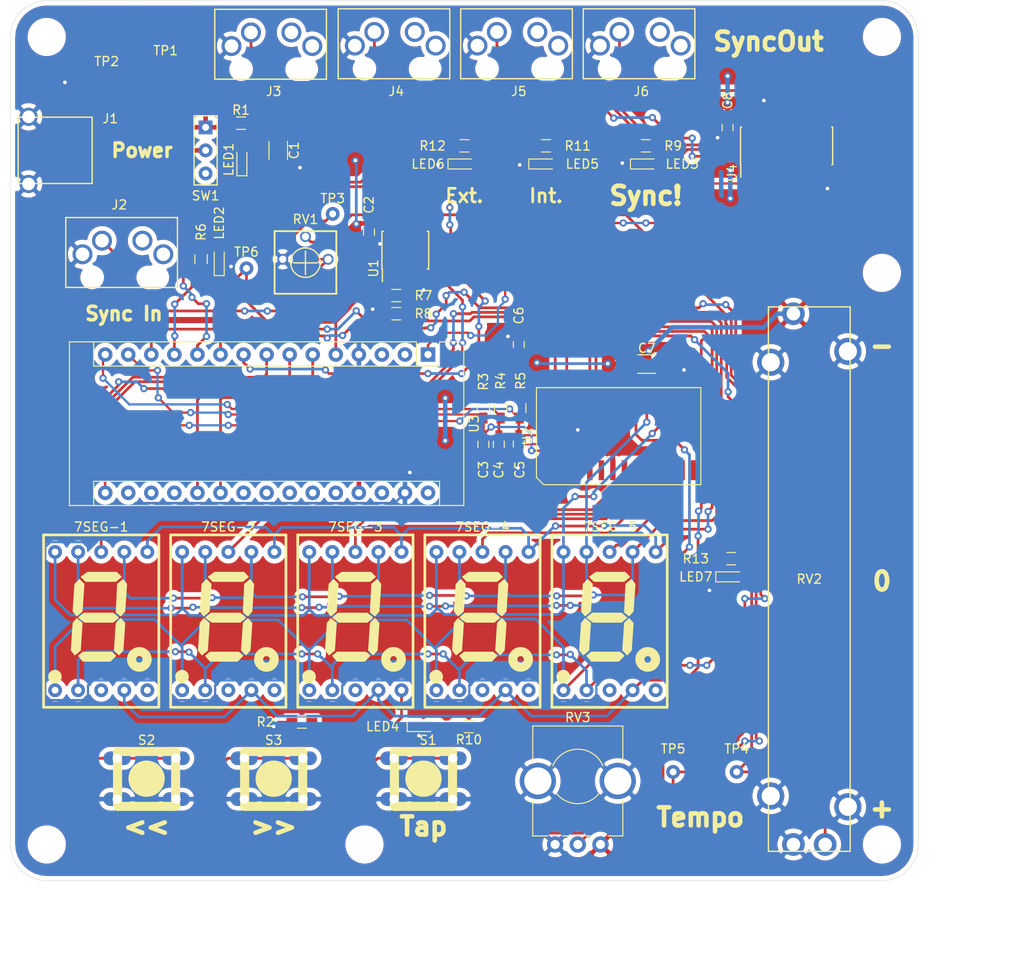
<source format=kicad_pcb>
(kicad_pcb (version 20171130) (host pcbnew 5.1.4)
  (layers (0 F.Cu signal) (1 dummy.Cu signal hide) (2 In2.Cu signal hide) (31 B.Cu signal) (34 B.Paste user) (35 F.Paste user) (36 B.SilkS user) (37 F.SilkS user) (38 B.Mask user) (39 F.Mask user) (44 Edge.Cuts user))
  (net 0 "")
  (net 1 /G5)
  (net 2 /G4)
  (net 3 /S1)
  (net 4 /G3)
  (net 5 /G2)
  (net 6 /G1)
  (net 7 /G6)
  (net 8 /G7)
  (net 9 /S2)
  (net 10 /S3)
  (net 11 "Net-(7SEG-3-Pad5)")
  (net 12 /S4)
  (net 13 /S5)
  (net 14 +5V)
  (net 15 GND)
  (net 16 DIO)
  (net 17 CLK)
  (net 18 STB)
  (net 19 "Net-(LED4-Pad2)")
  (net 20 "Net-(LED5-Pad2)")
  (net 21 "Net-(LED6-Pad2)")
  (net 22 Nudge-)
  (net 23 Nudge+)
  (net 24 Fader)
  (net 25 Tempo)
  (net 26 Tap)
  (net 27 "Net-(J1-Pad1)")
  (net 28 "Net-(J2-PadT)")
  (net 29 "Net-(J3-PadT)")
  (net 30 "Net-(J4-PadT)")
  (net 31 "Net-(J5-PadT)")
  (net 32 "Net-(J6-PadT)")
  (net 33 "Net-(LED1-Pad2)")
  (net 34 "Net-(LED2-Pad2)")
  (net 35 "Net-(LED3-Pad2)")
  (net 36 "Net-(LED7-Pad2)")
  (net 37 Ext.Sync)
  (net 38 "Net-(R7-Pad2)")
  (net 39 LED_Sync)
  (net 40 LED_Tap)
  (net 41 LED_Internal)
  (net 42 LED_Ext.)
  (net 43 LED_Fader_Center)
  (net 44 "Net-(RV1-Pad2)")
  (net 45 Sync_Out)
  (module Mounting_Holes:MountingHole_3.2mm_M3 (layer F.Cu) (at 201 82)
    (fp_text reference H3 hide)
    (fp_text value MountingHole hide)
    (pad 1 np_thru_hole circle (at 0 0) (size 3.2 3.2) (drill 3.2) (layers *.Cu *.Mask))
  )
  (module Mounting_Holes:MountingHole_3.2mm_M3 (layer F.Cu) (at 144 145)
    (fp_text reference H3 hide)
    (fp_text value MountingHole hide)
    (pad 1 np_thru_hole circle (at 0 0) (size 3.2 3.2) (drill 3.2) (layers *.Cu *.Mask))
  )
  (module "Sync-chan:A-551SRD-A 7seg" (layer F.Cu) (at 115 128)
    (fp_text reference 7SEG-1 (at 0 -18) (layer F.SilkS))
    (fp_text value A-551SRD-A_7seg)
    (pad 1 thru_hole circle (at -5.08 0) (size 1.524 1.524) (drill 0.762) (layers *.Cu *.Mask) (net 1 /G5))
    (pad 2 thru_hole circle (at -2.54 0) (size 1.524 1.524) (drill 0.762) (layers *.Cu *.Mask) (net 2 /G4))
    (pad 3/8 thru_hole circle (at 0 0) (size 1.524 1.524) (drill 0.762) (layers *.Cu *.Mask) (net 3 /S1))
    (pad 4 thru_hole circle (at 2.54 0) (size 1.524 1.524) (drill 0.762) (layers *.Cu *.Mask) (net 4 /G3))
    (pad 5 thru_hole circle (at 5.08 0) (size 1.524 1.524) (drill 0.762) (layers *.Cu *.Mask))
    (pad 6 thru_hole circle (at 5.08 -15.24) (size 1.524 1.524) (drill 0.762) (layers *.Cu *.Mask) (net 5 /G2))
    (pad 7 thru_hole circle (at 2.54 -15.24) (size 1.524 1.524) (drill 0.762) (layers *.Cu *.Mask) (net 6 /G1))
    (pad 3/8 thru_hole circle (at 0 -15.24) (size 1.524 1.524) (drill 0.762) (layers *.Cu *.Mask) (net 3 /S1))
    (pad 9 thru_hole circle (at -2.54 -15.24) (size 1.524 1.524) (drill 0.762) (layers *.Cu *.Mask) (net 7 /G6))
    (pad 10 thru_hole circle (at -5.08 -15.24) (size 1.524 1.524) (drill 0.762) (layers *.Cu *.Mask) (net 8 /G7))
  )
  (module Mounting_Holes:MountingHole_3.2mm_M3 (layer F.Cu) (at 109 145)
    (fp_text reference H3 hide)
    (fp_text value MountingHole hide)
    (pad 1 np_thru_hole circle (at 0 0) (size 3.2 3.2) (drill 3.2) (layers *.Cu *.Mask))
  )
  (module Mounting_Holes:MountingHole_3.2mm_M3 (layer F.Cu) (at 201 145)
    (fp_text reference H4 hide)
    (fp_text value MountingHole hide)
    (pad 1 np_thru_hole circle (at 0 0) (size 3.2 3.2) (drill 3.2) (layers *.Cu *.Mask))
  )
  (module Resistors_SMD:R_0603_HandSoldering (layer F.Cu) (at 137.1 131.5)
    (fp_text reference R2 (at -4 0) (layer F.SilkS))
    (fp_text value 1k)
    (pad 1 smd rect (at -1.1 0) (size 1.2 0.9) (layers F.Cu F.Paste F.Mask) (net 15 GND))
    (pad 2 smd rect (at 1.1 0) (size 1.2 0.9) (layers F.Cu F.Paste F.Mask) (net 11 "Net-(7SEG-3-Pad5)"))
  )
  (module "Sync-chan:A-551SRD-A 7seg" (layer F.Cu) (at 129 128)
    (fp_text reference 7SEG-2 (at 0 -18) (layer F.SilkS))
    (fp_text value A-551SRD-A_7seg)
    (pad 10 thru_hole circle (at -5.08 -15.24) (size 1.524 1.524) (drill 0.762) (layers *.Cu *.Mask) (net 8 /G7))
    (pad 9 thru_hole circle (at -2.54 -15.24) (size 1.524 1.524) (drill 0.762) (layers *.Cu *.Mask) (net 7 /G6))
    (pad 3/8 thru_hole circle (at 0 -15.24) (size 1.524 1.524) (drill 0.762) (layers *.Cu *.Mask) (net 9 /S2))
    (pad 7 thru_hole circle (at 2.54 -15.24) (size 1.524 1.524) (drill 0.762) (layers *.Cu *.Mask) (net 6 /G1))
    (pad 6 thru_hole circle (at 5.08 -15.24) (size 1.524 1.524) (drill 0.762) (layers *.Cu *.Mask) (net 5 /G2))
    (pad 5 thru_hole circle (at 5.08 0) (size 1.524 1.524) (drill 0.762) (layers *.Cu *.Mask))
    (pad 4 thru_hole circle (at 2.54 0) (size 1.524 1.524) (drill 0.762) (layers *.Cu *.Mask) (net 4 /G3))
    (pad 3/8 thru_hole circle (at 0 0) (size 1.524 1.524) (drill 0.762) (layers *.Cu *.Mask) (net 9 /S2))
    (pad 2 thru_hole circle (at -2.54 0) (size 1.524 1.524) (drill 0.762) (layers *.Cu *.Mask) (net 2 /G4))
    (pad 1 thru_hole circle (at -5.08 0) (size 1.524 1.524) (drill 0.762) (layers *.Cu *.Mask) (net 1 /G5))
  )
  (module "Sync-chan:A-551SRD-A 7seg" (layer F.Cu) (at 171 128)
    (fp_text reference 7SEG-5 (at 0.05 -18) (layer F.SilkS))
    (fp_text value A-551SRD-A_7seg)
    (pad 10 thru_hole circle (at -5.08 -15.24) (size 1.524 1.524) (drill 0.762) (layers *.Cu *.Mask) (net 8 /G7))
    (pad 9 thru_hole circle (at -2.54 -15.24) (size 1.524 1.524) (drill 0.762) (layers *.Cu *.Mask) (net 7 /G6))
    (pad 3/8 thru_hole circle (at 0 -15.24) (size 1.524 1.524) (drill 0.762) (layers *.Cu *.Mask) (net 13 /S5))
    (pad 7 thru_hole circle (at 2.54 -15.24) (size 1.524 1.524) (drill 0.762) (layers *.Cu *.Mask) (net 6 /G1))
    (pad 6 thru_hole circle (at 5.08 -15.24) (size 1.524 1.524) (drill 0.762) (layers *.Cu *.Mask) (net 5 /G2))
    (pad 5 thru_hole circle (at 5.08 0) (size 1.524 1.524) (drill 0.762) (layers *.Cu *.Mask))
    (pad 4 thru_hole circle (at 2.54 0) (size 1.524 1.524) (drill 0.762) (layers *.Cu *.Mask) (net 4 /G3))
    (pad 3/8 thru_hole circle (at 0 0) (size 1.524 1.524) (drill 0.762) (layers *.Cu *.Mask) (net 13 /S5))
    (pad 2 thru_hole circle (at -2.54 0) (size 1.524 1.524) (drill 0.762) (layers *.Cu *.Mask) (net 2 /G4))
    (pad 1 thru_hole circle (at -5.08 0) (size 1.524 1.524) (drill 0.762) (layers *.Cu *.Mask) (net 1 /G5))
  )
  (module Sync-chan:LED_0603_HandSoldering_easier (layer F.Cu) (at 150.5 132)
    (fp_text reference LED4 (at -4.5 0) (layer F.SilkS))
    (fp_text value LED)
    (pad 1 smd rect (at -1.1 0) (size 1.4 0.9) (layers F.Cu F.Paste F.Mask) (net 15 GND))
    (pad 2 smd rect (at 1.1 0) (size 1.4 0.9) (layers F.Cu F.Paste F.Mask) (net 19 "Net-(LED4-Pad2)"))
  )
  (module Sync-chan:LED_0603_HandSoldering_easier (layer F.Cu) (at 163.9 70)
    (fp_text reference LED5 (at 4.1 0) (layer F.SilkS))
    (fp_text value LED)
    (pad 2 smd rect (at 1.1 0) (size 1.4 0.9) (layers F.Cu F.Paste F.Mask) (net 20 "Net-(LED5-Pad2)"))
    (pad 1 smd rect (at -1.1 0) (size 1.4 0.9) (layers F.Cu F.Paste F.Mask) (net 15 GND))
  )
  (module Sync-chan:LED_0603_HandSoldering_easier (layer F.Cu) (at 155 70)
    (fp_text reference LED6 (at -4 0) (layer F.SilkS))
    (fp_text value LED)
    (pad 1 smd rect (at -1.1 0) (size 1.4 0.9) (layers F.Cu F.Paste F.Mask) (net 15 GND))
    (pad 2 smd rect (at 1.1 0) (size 1.4 0.9) (layers F.Cu F.Paste F.Mask) (net 21 "Net-(LED6-Pad2)"))
  )
  (module Sync-chan:SW_Tactile_Akizuki (layer F.Cu) (at 150.5 140 180)
    (fp_text reference S1 (at -0.5 6.5) (layer F.SilkS))
    (fp_text value Tactile)
    (pad 2 thru_hole oval (at 3.25 4.5 180) (size 3 1.5) (drill 1) (layers *.Cu *.Mask) (net 26 Tap))
    (pad 2 thru_hole oval (at -3.25 4.5 180) (size 3 1.5) (drill 1) (layers *.Cu *.Mask) (net 26 Tap))
    (pad 1 thru_hole oval (at 3.25 0 180) (size 3 1.5) (drill 1) (layers *.Cu *.Mask) (net 15 GND))
    (pad 1 thru_hole oval (at -3.25 0 180) (size 3 1.5) (drill 1) (layers *.Cu *.Mask) (net 15 GND))
  )
  (module Sync-chan:SW_Tactile_Akizuki (layer F.Cu) (at 120 140 180)
    (fp_text reference S2 (at 0 6.5) (layer F.SilkS))
    (fp_text value Tactile)
    (pad 1 thru_hole oval (at -3.25 0 180) (size 3 1.5) (drill 1) (layers *.Cu *.Mask) (net 15 GND))
    (pad 1 thru_hole oval (at 3.25 0 180) (size 3 1.5) (drill 1) (layers *.Cu *.Mask) (net 15 GND))
    (pad 2 thru_hole oval (at -3.25 4.5 180) (size 3 1.5) (drill 1) (layers *.Cu *.Mask) (net 22 Nudge-))
    (pad 2 thru_hole oval (at 3.25 4.5 180) (size 3 1.5) (drill 1) (layers *.Cu *.Mask) (net 22 Nudge-))
  )
  (module Sync-chan:SW_Tactile_Akizuki (layer F.Cu) (at 134 140 180)
    (fp_text reference S3 (at 0 6.5) (layer F.SilkS))
    (fp_text value Tactile)
    (pad 1 thru_hole oval (at -3.25 0 180) (size 3 1.5) (drill 1) (layers *.Cu *.Mask) (net 15 GND))
    (pad 1 thru_hole oval (at 3.25 0 180) (size 3 1.5) (drill 1) (layers *.Cu *.Mask) (net 15 GND))
    (pad 2 thru_hole oval (at -3.25 4.5 180) (size 3 1.5) (drill 1) (layers *.Cu *.Mask) (net 23 Nudge+))
    (pad 2 thru_hole oval (at 3.25 4.5 180) (size 3 1.5) (drill 1) (layers *.Cu *.Mask) (net 23 Nudge+))
  )
  (module Sync-chan:TP_1PAD (layer F.Cu) (at 178 137)
    (fp_text reference TP5 (at 0 -2.54) (layer F.SilkS))
    (fp_text value TestPoint)
    (pad 1 thru_hole circle (at 0 0) (size 1.524 1.524) (drill 0.762) (layers *.Cu *.Mask) (net 25 Tempo))
  )
  (module Sync-chan:TM1627_SOP28 (layer F.Cu) (at 172 100)
    (fp_text reference U2 (at -10.055 0 90) (layer F.SilkS))
    (fp_text value TM1627_7seg_driver)
    (pad 28 smd rect (at -8.255 -3.75) (size 0.6 2.2) (layers F.Cu F.Paste F.Mask) (net 15 GND))
    (pad 1 smd rect (at -8.255 3.75) (size 0.6 2.2) (layers F.Cu F.Paste F.Mask))
    (pad 27 smd rect (at -6.985 -3.75) (size 0.6 2.2) (layers F.Cu F.Paste F.Mask) (net 6 /G1))
    (pad 2 smd rect (at -6.985 3.75) (size 0.6 2.2) (layers F.Cu F.Paste F.Mask) (net 16 DIO))
    (pad 26 smd rect (at -5.715 -3.75) (size 0.6 2.2) (layers F.Cu F.Paste F.Mask) (net 5 /G2))
    (pad 3 smd rect (at -5.715 3.75) (size 0.6 2.2) (layers F.Cu F.Paste F.Mask) (net 17 CLK))
    (pad 25 smd rect (at -4.445 -3.75) (size 0.6 2.2) (layers F.Cu F.Paste F.Mask) (net 15 GND))
    (pad 4 smd rect (at -4.445 3.75) (size 0.6 2.2) (layers F.Cu F.Paste F.Mask) (net 18 STB))
    (pad 24 smd rect (at -3.175 -3.75) (size 0.6 2.2) (layers F.Cu F.Paste F.Mask) (net 4 /G3))
    (pad 5 smd rect (at -3.175 3.75) (size 0.6 2.2) (layers F.Cu F.Paste F.Mask))
    (pad 23 smd rect (at -1.905 -3.75) (size 0.6 2.2) (layers F.Cu F.Paste F.Mask) (net 2 /G4))
    (pad 6 smd rect (at -1.905 3.75) (size 0.6 2.2) (layers F.Cu F.Paste F.Mask))
    (pad 22 smd rect (at -0.635 -3.75) (size 0.6 2.2) (layers F.Cu F.Paste F.Mask) (net 15 GND))
    (pad 7 smd rect (at -0.635 3.75) (size 0.6 2.2) (layers F.Cu F.Paste F.Mask) (net 14 +5V))
    (pad 21 smd rect (at 0.635 -3.75) (size 0.6 2.2) (layers F.Cu F.Paste F.Mask) (net 14 +5V))
    (pad 8 smd rect (at 0.635 3.75) (size 0.6 2.2) (layers F.Cu F.Paste F.Mask) (net 3 /S1))
    (pad 20 smd rect (at 1.905 -3.75) (size 0.6 2.2) (layers F.Cu F.Paste F.Mask) (net 1 /G5))
    (pad 9 smd rect (at 1.905 3.75) (size 0.6 2.2) (layers F.Cu F.Paste F.Mask) (net 9 /S2))
    (pad 19 smd rect (at 3.175 -3.75) (size 0.6 2.2) (layers F.Cu F.Paste F.Mask) (net 7 /G6))
    (pad 10 smd rect (at 3.175 3.75) (size 0.6 2.2) (layers F.Cu F.Paste F.Mask) (net 10 /S3))
    (pad 18 smd rect (at 4.445 -3.75) (size 0.6 2.2) (layers F.Cu F.Paste F.Mask) (net 8 /G7))
    (pad 11 smd rect (at 4.445 3.75) (size 0.6 2.2) (layers F.Cu F.Paste F.Mask) (net 12 /S4))
    (pad 17 smd rect (at 5.715 -3.75) (size 0.6 2.2) (layers F.Cu F.Paste F.Mask))
    (pad 12 smd rect (at 5.715 3.75) (size 0.6 2.2) (layers F.Cu F.Paste F.Mask) (net 13 /S5))
    (pad 16 smd rect (at 6.985 -3.75) (size 0.6 2.2) (layers F.Cu F.Paste F.Mask))
    (pad 13 smd rect (at 6.985 3.75) (size 0.6 2.2) (layers F.Cu F.Paste F.Mask))
    (pad 15 smd rect (at 8.255 -3.75) (size 0.6 2.2) (layers F.Cu F.Paste F.Mask))
    (pad 14 smd rect (at 8.255 3.75) (size 0.6 2.2) (layers F.Cu F.Paste F.Mask))
  )
  (module "Sync-chan:A-551SRD-A 7seg" (layer F.Cu) (at 143 128)
    (fp_text reference 7SEG-3 (at 0 -18) (layer F.SilkS))
    (fp_text value A-551SRD-A_7seg)
    (pad 1 thru_hole circle (at -5.08 0) (size 1.524 1.524) (drill 0.762) (layers *.Cu *.Mask) (net 1 /G5))
    (pad 2 thru_hole circle (at -2.54 0) (size 1.524 1.524) (drill 0.762) (layers *.Cu *.Mask) (net 2 /G4))
    (pad 3/8 thru_hole circle (at 0 0) (size 1.524 1.524) (drill 0.762) (layers *.Cu *.Mask) (net 10 /S3))
    (pad 4 thru_hole circle (at 2.54 0) (size 1.524 1.524) (drill 0.762) (layers *.Cu *.Mask) (net 4 /G3))
    (pad 5 thru_hole circle (at 5.08 0) (size 1.524 1.524) (drill 0.762) (layers *.Cu *.Mask) (net 11 "Net-(7SEG-3-Pad5)"))
    (pad 6 thru_hole circle (at 5.08 -15.24) (size 1.524 1.524) (drill 0.762) (layers *.Cu *.Mask) (net 5 /G2))
    (pad 7 thru_hole circle (at 2.54 -15.24) (size 1.524 1.524) (drill 0.762) (layers *.Cu *.Mask) (net 6 /G1))
    (pad 3/8 thru_hole circle (at 0 -15.24) (size 1.524 1.524) (drill 0.762) (layers *.Cu *.Mask) (net 10 /S3))
    (pad 9 thru_hole circle (at -2.54 -15.24) (size 1.524 1.524) (drill 0.762) (layers *.Cu *.Mask) (net 7 /G6))
    (pad 10 thru_hole circle (at -5.08 -15.24) (size 1.524 1.524) (drill 0.762) (layers *.Cu *.Mask) (net 8 /G7))
  )
  (module "Sync-chan:A-551SRD-A 7seg" (layer F.Cu) (at 157 128)
    (fp_text reference 7SEG-4 (at 0 -18) (layer F.SilkS))
    (fp_text value A-551SRD-A_7seg)
    (pad 10 thru_hole circle (at -5.08 -15.24) (size 1.524 1.524) (drill 0.762) (layers *.Cu *.Mask) (net 8 /G7))
    (pad 9 thru_hole circle (at -2.54 -15.24) (size 1.524 1.524) (drill 0.762) (layers *.Cu *.Mask) (net 7 /G6))
    (pad 3/8 thru_hole circle (at 0 -15.24) (size 1.524 1.524) (drill 0.762) (layers *.Cu *.Mask) (net 12 /S4))
    (pad 7 thru_hole circle (at 2.54 -15.24) (size 1.524 1.524) (drill 0.762) (layers *.Cu *.Mask) (net 6 /G1))
    (pad 6 thru_hole circle (at 5.08 -15.24) (size 1.524 1.524) (drill 0.762) (layers *.Cu *.Mask) (net 5 /G2))
    (pad 5 thru_hole circle (at 5.08 0) (size 1.524 1.524) (drill 0.762) (layers *.Cu *.Mask))
    (pad 4 thru_hole circle (at 2.54 0) (size 1.524 1.524) (drill 0.762) (layers *.Cu *.Mask) (net 4 /G3))
    (pad 3/8 thru_hole circle (at 0 0) (size 1.524 1.524) (drill 0.762) (layers *.Cu *.Mask) (net 12 /S4))
    (pad 2 thru_hole circle (at -2.54 0) (size 1.524 1.524) (drill 0.762) (layers *.Cu *.Mask) (net 2 /G4))
    (pad 1 thru_hole circle (at -5.08 0) (size 1.524 1.524) (drill 0.762) (layers *.Cu *.Mask) (net 1 /G5))
  )
  (module Capacitors_SMD:C_1206_HandSoldering (layer F.Cu) (at 134.5 68.5 270)
    (fp_text reference C1 (at 0 -1.75 90) (layer F.SilkS))
    (fp_text value 100u)
    (pad 2 smd rect (at 2 0 270) (size 2 1.6) (layers F.Cu F.Paste F.Mask) (net 15 GND))
    (pad 1 smd rect (at -2 0 270) (size 2 1.6) (layers F.Cu F.Paste F.Mask) (net 14 +5V))
  )
  (module Capacitors_SMD:C_0603_HandSoldering (layer F.Cu) (at 144.5 77.5 270)
    (fp_text reference C2 (at -3 0 90) (layer F.SilkS))
    (fp_text value 0.1u)
    (pad 1 smd rect (at -0.95 0 270) (size 1.2 0.75) (layers F.Cu F.Paste F.Mask) (net 14 +5V))
    (pad 2 smd rect (at 0.95 0 270) (size 1.2 0.75) (layers F.Cu F.Paste F.Mask) (net 15 GND))
  )
  (module Capacitors_SMD:C_0603_HandSoldering (layer F.Cu) (at 157.1 100.9 270)
    (fp_text reference C3 (at 2.8 0 90) (layer F.SilkS))
    (fp_text value 100p)
    (pad 2 smd rect (at 0.95 0 270) (size 1.2 0.75) (layers F.Cu F.Paste F.Mask) (net 15 GND))
    (pad 1 smd rect (at -0.95 0 270) (size 1.2 0.75) (layers F.Cu F.Paste F.Mask) (net 16 DIO))
  )
  (module Capacitors_SMD:C_0603_HandSoldering (layer F.Cu) (at 158.8 100.9 270)
    (fp_text reference C4 (at 2.8 0 90) (layer F.SilkS))
    (fp_text value 100p)
    (pad 2 smd rect (at 0.95 0 270) (size 1.2 0.75) (layers F.Cu F.Paste F.Mask) (net 15 GND))
    (pad 1 smd rect (at -0.95 0 270) (size 1.2 0.75) (layers F.Cu F.Paste F.Mask) (net 17 CLK))
  )
  (module Capacitors_SMD:C_0603_HandSoldering (layer F.Cu) (at 161 100.85 270)
    (fp_text reference C5 (at 2.85 -0.1 90) (layer F.SilkS))
    (fp_text value 100p)
    (pad 1 smd rect (at -0.95 0 270) (size 1.2 0.75) (layers F.Cu F.Paste F.Mask) (net 18 STB))
    (pad 2 smd rect (at 0.95 0 270) (size 1.2 0.75) (layers F.Cu F.Paste F.Mask) (net 15 GND))
  )
  (module Capacitors_SMD:C_0603_HandSoldering (layer F.Cu) (at 161 89.9 90)
    (fp_text reference C6 (at 3.2 0 90) (layer F.SilkS))
    (fp_text value 0.1u)
    (pad 1 smd rect (at -0.95 0 90) (size 1.2 0.75) (layers F.Cu F.Paste F.Mask) (net 14 +5V))
    (pad 2 smd rect (at 0.95 0 90) (size 1.2 0.75) (layers F.Cu F.Paste F.Mask) (net 15 GND))
  )
  (module Capacitors_SMD:C_1206_HandSoldering (layer F.Cu) (at 175.1 92.05)
    (fp_text reference C7 (at 0 -1.75) (layer F.SilkS))
    (fp_text value 100u)
    (pad 1 smd rect (at -2 0) (size 2 1.6) (layers F.Cu F.Paste F.Mask) (net 14 +5V))
    (pad 2 smd rect (at 2 0) (size 2 1.6) (layers F.Cu F.Paste F.Mask) (net 15 GND))
  )
  (module Capacitors_SMD:C_0603_HandSoldering (layer F.Cu) (at 184 66 270)
    (fp_text reference C8 (at -3 0 90) (layer F.SilkS))
    (fp_text value 0.1u)
    (pad 2 smd rect (at 0.95 0 270) (size 1.2 0.75) (layers F.Cu F.Paste F.Mask) (net 15 GND))
    (pad 1 smd rect (at -0.95 0 270) (size 1.2 0.75) (layers F.Cu F.Paste F.Mask) (net 14 +5V))
  )
  (module Mounting_Holes:MountingHole_3.2mm_M3 (layer F.Cu) (at 109 56)
    (fp_text reference H1 hide)
    (fp_text value MountingHole)
    (pad 1 np_thru_hole circle (at 0 0) (size 3.2 3.2) (drill 3.2) (layers *.Cu *.Mask))
  )
  (module Mounting_Holes:MountingHole_3.2mm_M3 (layer F.Cu) (at 201 56)
    (fp_text reference H2 hide)
    (fp_text value MountingHole)
    (pad 1 np_thru_hole circle (at 0 0) (size 3.2 3.2) (drill 3.2) (layers *.Cu *.Mask))
  )
  (module Sync-chan:MRUSB-2B-D14NI-S306 (layer F.Cu) (at 114 68.5 90)
    (fp_text reference J1 (at 3.5 2 180) (layer F.SilkS))
    (fp_text value Jack-DC)
    (pad 2 smd rect (at -1.2 -1.43 90) (size 1.2 2.86) (layers F.Cu F.Paste F.Mask) (net 15 GND))
    (pad 1 smd rect (at 1.2 -1.43 90) (size 1.2 2.86) (layers F.Cu F.Paste F.Mask) (net 27 "Net-(J1-Pad1)"))
    (pad 2 thru_hole circle (at -3.7 -7 90) (size 2 2) (drill 1.4) (layers *.Cu *.Mask) (net 15 GND))
    (pad 2 thru_hole circle (at 3.7 -7 90) (size 2 2) (drill 1.4) (layers *.Cu *.Mask) (net 15 GND))
  )
  (module Sync-chan:3.5mm_Stereo_Molex_0472570001 (layer F.Cu) (at 114 82.5)
    (fp_text reference J2 (at 3 -8) (layer F.SilkS))
    (fp_text value AudioJack3_Ring_Switch)
    (pad R thru_hole circle (at 7.84 -2.55) (size 2.2 2.2) (drill 1.5) (layers *.Cu *.Mask))
    (pad RN thru_hole circle (at 5.54 -4.05) (size 2.2 2.2) (drill 1.5) (layers *.Cu *.Mask))
    (pad T thru_hole circle (at 1.09 -4.05) (size 2.2 2.2) (drill 1.5) (layers *.Cu *.Mask) (net 28 "Net-(J2-PadT)"))
    (pad S thru_hole circle (at -1.06 -2.55) (size 2.2 2.2) (drill 1.5) (layers *.Cu *.Mask) (net 15 GND))
    (pad "" np_thru_hole oval (at 6.68 0) (size 2.6 1.6) (drill oval 2.6 1.6) (layers *.Cu *.Mask))
    (pad "" np_thru_hole circle (at 0 0) (size 1.6 1.6) (drill 1.6) (layers *.Cu *.Mask))
  )
  (module Sync-chan:3.5mm_Stereo_Molex_0472570001 (layer F.Cu) (at 130.41 59.55)
    (fp_text reference J3 (at 3.59 2.45) (layer F.SilkS))
    (fp_text value AudioJack3_Ring_Switch)
    (pad "" np_thru_hole circle (at 0 0) (size 1.6 1.6) (drill 1.6) (layers *.Cu *.Mask))
    (pad "" np_thru_hole oval (at 6.68 0) (size 2.6 1.6) (drill oval 2.6 1.6) (layers *.Cu *.Mask))
    (pad S thru_hole circle (at -1.06 -2.55) (size 2.2 2.2) (drill 1.5) (layers *.Cu *.Mask) (net 15 GND))
    (pad T thru_hole circle (at 1.09 -4.05) (size 2.2 2.2) (drill 1.5) (layers *.Cu *.Mask) (net 29 "Net-(J3-PadT)"))
    (pad RN thru_hole circle (at 5.54 -4.05) (size 2.2 2.2) (drill 1.5) (layers *.Cu *.Mask))
    (pad R thru_hole circle (at 7.84 -2.55) (size 2.2 2.2) (drill 1.5) (layers *.Cu *.Mask))
  )
  (module Sync-chan:3.5mm_Stereo_Molex_0472570001 (layer F.Cu) (at 144 59.5)
    (fp_text reference J4 (at 3.5 2.5) (layer F.SilkS))
    (fp_text value AudioJack3_Ring_Switch)
    (pad "" np_thru_hole circle (at 0 0) (size 1.6 1.6) (drill 1.6) (layers *.Cu *.Mask))
    (pad "" np_thru_hole oval (at 6.68 0) (size 2.6 1.6) (drill oval 2.6 1.6) (layers *.Cu *.Mask))
    (pad S thru_hole circle (at -1.06 -2.55) (size 2.2 2.2) (drill 1.5) (layers *.Cu *.Mask) (net 15 GND))
    (pad T thru_hole circle (at 1.09 -4.05) (size 2.2 2.2) (drill 1.5) (layers *.Cu *.Mask) (net 30 "Net-(J4-PadT)"))
    (pad RN thru_hole circle (at 5.54 -4.05) (size 2.2 2.2) (drill 1.5) (layers *.Cu *.Mask))
    (pad R thru_hole circle (at 7.84 -2.55) (size 2.2 2.2) (drill 1.5) (layers *.Cu *.Mask))
  )
  (module Sync-chan:3.5mm_Stereo_Molex_0472570001 (layer F.Cu) (at 157.5 59.5)
    (fp_text reference J5 (at 3.5 2.5) (layer F.SilkS))
    (fp_text value AudioJack3_Ring_Switch)
    (pad R thru_hole circle (at 7.84 -2.55) (size 2.2 2.2) (drill 1.5) (layers *.Cu *.Mask))
    (pad RN thru_hole circle (at 5.54 -4.05) (size 2.2 2.2) (drill 1.5) (layers *.Cu *.Mask))
    (pad T thru_hole circle (at 1.09 -4.05) (size 2.2 2.2) (drill 1.5) (layers *.Cu *.Mask) (net 31 "Net-(J5-PadT)"))
    (pad S thru_hole circle (at -1.06 -2.55) (size 2.2 2.2) (drill 1.5) (layers *.Cu *.Mask) (net 15 GND))
    (pad "" np_thru_hole oval (at 6.68 0) (size 2.6 1.6) (drill oval 2.6 1.6) (layers *.Cu *.Mask))
    (pad "" np_thru_hole circle (at 0 0) (size 1.6 1.6) (drill 1.6) (layers *.Cu *.Mask))
  )
  (module Sync-chan:3.5mm_Stereo_Molex_0472570001 (layer F.Cu) (at 171 59.5)
    (fp_text reference J6 (at 3.5 2.5) (layer F.SilkS))
    (fp_text value AudioJack3_Ring_Switch)
    (pad "" np_thru_hole circle (at 0 0) (size 1.6 1.6) (drill 1.6) (layers *.Cu *.Mask))
    (pad "" np_thru_hole oval (at 6.68 0) (size 2.6 1.6) (drill oval 2.6 1.6) (layers *.Cu *.Mask))
    (pad S thru_hole circle (at -1.06 -2.55) (size 2.2 2.2) (drill 1.5) (layers *.Cu *.Mask) (net 15 GND))
    (pad T thru_hole circle (at 1.09 -4.05) (size 2.2 2.2) (drill 1.5) (layers *.Cu *.Mask) (net 32 "Net-(J6-PadT)"))
    (pad RN thru_hole circle (at 5.54 -4.05) (size 2.2 2.2) (drill 1.5) (layers *.Cu *.Mask))
    (pad R thru_hole circle (at 7.84 -2.55) (size 2.2 2.2) (drill 1.5) (layers *.Cu *.Mask))
  )
  (module Sync-chan:LED_0603_HandSoldering_easier (layer F.Cu) (at 130.5 69.5 90)
    (fp_text reference LED1 (at 0 -1.45 90) (layer F.SilkS))
    (fp_text value LED)
    (pad 1 smd rect (at -1.1 0 90) (size 1.4 0.9) (layers F.Cu F.Paste F.Mask) (net 15 GND))
    (pad 2 smd rect (at 1.1 0 90) (size 1.4 0.9) (layers F.Cu F.Paste F.Mask) (net 33 "Net-(LED1-Pad2)"))
  )
  (module Sync-chan:LED_0603_HandSoldering_easier (layer F.Cu) (at 128 80.5 90)
    (fp_text reference LED2 (at 4 0 90) (layer F.SilkS))
    (fp_text value LED)
    (pad 2 smd rect (at 1.1 0 90) (size 1.4 0.9) (layers F.Cu F.Paste F.Mask) (net 34 "Net-(LED2-Pad2)"))
    (pad 1 smd rect (at -1.1 0 90) (size 1.4 0.9) (layers F.Cu F.Paste F.Mask) (net 15 GND))
  )
  (module Sync-chan:LED_0603_HandSoldering_easier (layer F.Cu) (at 175.1 70)
    (fp_text reference LED3 (at 3.9 0) (layer F.SilkS))
    (fp_text value LED)
    (pad 2 smd rect (at 1.1 0) (size 1.4 0.9) (layers F.Cu F.Paste F.Mask) (net 35 "Net-(LED3-Pad2)"))
    (pad 1 smd rect (at -1.1 0) (size 1.4 0.9) (layers F.Cu F.Paste F.Mask) (net 15 GND))
  )
  (module Sync-chan:LED_0603_HandSoldering_easier (layer F.Cu) (at 184.5 115.5)
    (fp_text reference LED7 (at -4 0) (layer F.SilkS))
    (fp_text value LED)
    (pad 1 smd rect (at -1.1 0) (size 1.4 0.9) (layers F.Cu F.Paste F.Mask) (net 15 GND))
    (pad 2 smd rect (at 1.1 0) (size 1.4 0.9) (layers F.Cu F.Paste F.Mask) (net 36 "Net-(LED7-Pad2)"))
  )
  (module Resistors_SMD:R_0603_HandSoldering (layer F.Cu) (at 130.4 65.5)
    (fp_text reference R1 (at 0 -1.45) (layer F.SilkS))
    (fp_text value 1k)
    (pad 1 smd rect (at -1.1 0) (size 1.2 0.9) (layers F.Cu F.Paste F.Mask) (net 14 +5V))
    (pad 2 smd rect (at 1.1 0) (size 1.2 0.9) (layers F.Cu F.Paste F.Mask) (net 33 "Net-(LED1-Pad2)"))
  )
  (module Resistors_SMD:R_0603_HandSoldering (layer F.Cu) (at 157.1 96.9 90)
    (fp_text reference R3 (at 2.9 0 90) (layer F.SilkS))
    (fp_text value 10k)
    (pad 1 smd rect (at -1.1 0 90) (size 1.2 0.9) (layers F.Cu F.Paste F.Mask) (net 16 DIO))
    (pad 2 smd rect (at 1.1 0 90) (size 1.2 0.9) (layers F.Cu F.Paste F.Mask) (net 14 +5V))
  )
  (module Resistors_SMD:R_0603_HandSoldering (layer F.Cu) (at 159 96.9 90)
    (fp_text reference R4 (at 3 0 90) (layer F.SilkS))
    (fp_text value 10k)
    (pad 1 smd rect (at -1.1 0 90) (size 1.2 0.9) (layers F.Cu F.Paste F.Mask) (net 17 CLK))
    (pad 2 smd rect (at 1.1 0 90) (size 1.2 0.9) (layers F.Cu F.Paste F.Mask) (net 14 +5V))
  )
  (module Resistors_SMD:R_0603_HandSoldering (layer F.Cu) (at 161.1 96.9 90)
    (fp_text reference R5 (at 3 0.1 90) (layer F.SilkS))
    (fp_text value 10k)
    (pad 2 smd rect (at 1.1 0 90) (size 1.2 0.9) (layers F.Cu F.Paste F.Mask) (net 14 +5V))
    (pad 1 smd rect (at -1.1 0 90) (size 1.2 0.9) (layers F.Cu F.Paste F.Mask) (net 18 STB))
  )
  (module Resistors_SMD:R_0603_HandSoldering (layer F.Cu) (at 126 80.5 90)
    (fp_text reference R6 (at 3 0 90) (layer F.SilkS))
    (fp_text value 1k)
    (pad 2 smd rect (at 1.1 0 90) (size 1.2 0.9) (layers F.Cu F.Paste F.Mask) (net 34 "Net-(LED2-Pad2)"))
    (pad 1 smd rect (at -1.1 0 90) (size 1.2 0.9) (layers F.Cu F.Paste F.Mask) (net 37 Ext.Sync))
  )
  (module Resistors_SMD:R_0603_HandSoldering (layer F.Cu) (at 147.5 84.5)
    (fp_text reference R7 (at 3 0) (layer F.SilkS))
    (fp_text value 10k)
    (pad 2 smd rect (at 1.1 0) (size 1.2 0.9) (layers F.Cu F.Paste F.Mask) (net 38 "Net-(R7-Pad2)"))
    (pad 1 smd rect (at -1.1 0) (size 1.2 0.9) (layers F.Cu F.Paste F.Mask) (net 37 Ext.Sync))
  )
  (module Resistors_SMD:R_0603_HandSoldering (layer F.Cu) (at 147.5 86.5)
    (fp_text reference R8 (at 3 0) (layer F.SilkS))
    (fp_text value 1k)
    (pad 1 smd rect (at -1.1 0) (size 1.2 0.9) (layers F.Cu F.Paste F.Mask) (net 15 GND))
    (pad 2 smd rect (at 1.1 0) (size 1.2 0.9) (layers F.Cu F.Paste F.Mask) (net 38 "Net-(R7-Pad2)"))
  )
  (module Resistors_SMD:R_0603_HandSoldering (layer F.Cu) (at 175 68)
    (fp_text reference R9 (at 3 0) (layer F.SilkS))
    (fp_text value 1k)
    (pad 2 smd rect (at 1.1 0) (size 1.2 0.9) (layers F.Cu F.Paste F.Mask) (net 35 "Net-(LED3-Pad2)"))
    (pad 1 smd rect (at -1.1 0) (size 1.2 0.9) (layers F.Cu F.Paste F.Mask) (net 39 LED_Sync))
  )
  (module Resistors_SMD:R_0603_HandSoldering (layer F.Cu) (at 155.5 132 180)
    (fp_text reference R10 (at 0 -1.45) (layer F.SilkS))
    (fp_text value 1k)
    (pad 1 smd rect (at -1.1 0 180) (size 1.2 0.9) (layers F.Cu F.Paste F.Mask) (net 40 LED_Tap))
    (pad 2 smd rect (at 1.1 0 180) (size 1.2 0.9) (layers F.Cu F.Paste F.Mask) (net 19 "Net-(LED4-Pad2)"))
  )
  (module Resistors_SMD:R_0603_HandSoldering (layer F.Cu) (at 164 68)
    (fp_text reference R11 (at 3.5 0) (layer F.SilkS))
    (fp_text value 1k)
    (pad 1 smd rect (at -1.1 0) (size 1.2 0.9) (layers F.Cu F.Paste F.Mask) (net 41 LED_Internal))
    (pad 2 smd rect (at 1.1 0) (size 1.2 0.9) (layers F.Cu F.Paste F.Mask) (net 20 "Net-(LED5-Pad2)"))
  )
  (module Resistors_SMD:R_0603_HandSoldering (layer F.Cu) (at 155 68)
    (fp_text reference R12 (at -3.5 0) (layer F.SilkS))
    (fp_text value 1k)
    (pad 2 smd rect (at 1.1 0) (size 1.2 0.9) (layers F.Cu F.Paste F.Mask) (net 21 "Net-(LED6-Pad2)"))
    (pad 1 smd rect (at -1.1 0) (size 1.2 0.9) (layers F.Cu F.Paste F.Mask) (net 42 LED_Ext.))
  )
  (module Resistors_SMD:R_0603_HandSoldering (layer F.Cu) (at 184.4 113.5)
    (fp_text reference R13 (at -3.9 0) (layer F.SilkS))
    (fp_text value 1k)
    (pad 2 smd rect (at 1.1 0) (size 1.2 0.9) (layers F.Cu F.Paste F.Mask) (net 36 "Net-(LED7-Pad2)"))
    (pad 1 smd rect (at -1.1 0) (size 1.2 0.9) (layers F.Cu F.Paste F.Mask) (net 43 LED_Fader_Center))
  )
  (module Sync-chan:POT_Slide_SL4515N (layer F.Cu) (at 193 145)
    (fp_text reference RV2 (at 0 -29.25) (layer F.SilkS))
    (fp_text value 10k)
    (pad 1 thru_hole circle (at -1.75 0) (size 2.5 2.5) (drill 1.5) (layers *.Cu *.Mask) (net 15 GND))
    (pad 2 thru_hole circle (at 1.75 0) (size 2.5 2.5) (drill 1.5) (layers *.Cu *.Mask) (net 24 Fader))
    (pad 3 thru_hole circle (at -1.75 -58.5) (size 2.5 2.5) (drill 1.5) (layers *.Cu *.Mask) (net 14 +5V))
    (pad 0 thru_hole circle (at -4.25 -5.35) (size 3 3) (drill 2) (layers *.Cu *.Mask) (net 15 GND))
    (pad 0 thru_hole circle (at 4.25 -4.15) (size 3 3) (drill 2) (layers *.Cu *.Mask) (net 15 GND))
    (pad 0 thru_hole circle (at -4.25 -53.15) (size 3 3) (drill 2) (layers *.Cu *.Mask) (net 15 GND))
    (pad 0 thru_hole circle (at 4.25 -54.35) (size 3 3) (drill 2) (layers *.Cu *.Mask) (net 15 GND))
  )
  (module Sync-chan:Potentiometer_Alps_RK09K_Horizontal_CORRECTED (layer F.Cu) (at 170 145 90)
    (fp_text reference RV3 (at 14 -2.5 180) (layer F.SilkS))
    (fp_text value 10k)
    (pad 1 thru_hole circle (at 0 -5 90) (size 1.8 1.8) (drill 1) (layers *.Cu *.Mask) (net 15 GND))
    (pad 2 thru_hole circle (at 0 -2.5 90) (size 1.8 1.8) (drill 1) (layers *.Cu *.Mask) (net 25 Tempo))
    (pad 3 thru_hole circle (at 0 0 90) (size 1.8 1.8) (drill 1) (layers *.Cu *.Mask) (net 14 +5V))
    (pad 0 thru_hole circle (at 7 -6.9 90) (size 4 4) (drill 3) (layers *.Cu *.Mask) (net 15 GND))
    (pad 0 thru_hole circle (at 7 1.9 90) (size 4 4) (drill 3) (layers *.Cu *.Mask) (net 15 GND))
  )
  (module Sync-chan:SW_SPDT_2.5mm (layer F.Cu) (at 126.5 68.5)
    (fp_text reference SW1 (at 0 5) (layer F.SilkS))
    (fp_text value SW_SPDT)
    (pad 1 thru_hole rect (at 0 -2.54) (size 1.524 1.524) (drill 0.762) (layers *.Cu *.Mask) (net 14 +5V))
    (pad 2 thru_hole circle (at 0 0) (size 1.524 1.524) (drill 0.762) (layers *.Cu *.Mask) (net 27 "Net-(J1-Pad1)"))
    (pad 3 thru_hole circle (at 0 2.54) (size 1.524 1.524) (drill 0.762) (layers *.Cu *.Mask))
  )
  (module Sync-chan:TP_PAD_LARGE (layer F.Cu) (at 122.1 58 180)
    (fp_text reference TP1 (at 0 0.5) (layer F.SilkS))
    (fp_text value TestPoint)
    (pad 1 smd rect (at 0 -0.1 180) (size 5 10) (layers F.Cu F.Paste F.Mask) (net 14 +5V))
  )
  (module Sync-chan:TP_PAD_LARGE (layer F.Cu) (at 115.6 58.2)
    (fp_text reference TP2 (at 0 0.5) (layer F.SilkS))
    (fp_text value TestPoint)
    (pad 1 smd rect (at 0 -0.1) (size 5 10) (layers F.Cu F.Paste F.Mask) (net 15 GND))
  )
  (module Sync-chan:TP_1PAD (layer F.Cu) (at 140.5 75.5)
    (fp_text reference TP3 (at 0 -1.7 180) (layer F.SilkS))
    (fp_text value TestPoint)
    (pad 1 thru_hole circle (at 0 0) (size 1.524 1.524) (drill 0.762) (layers *.Cu *.Mask) (net 28 "Net-(J2-PadT)"))
  )
  (module Sync-chan:TP_1PAD (layer F.Cu) (at 185 137)
    (fp_text reference TP4 (at 0 -2.54) (layer F.SilkS))
    (fp_text value TestPoint)
    (pad 1 thru_hole circle (at 0 0) (size 1.524 1.524) (drill 0.762) (layers *.Cu *.Mask) (net 24 Fader))
  )
  (module Housings_SOIC:SOIC-8_3.9x4.9mm_Pitch1.27mm (layer F.Cu) (at 148.5 79.5 90)
    (fp_text reference U1 (at -2 -3.5 90) (layer F.SilkS))
    (fp_text value LM358MX)
    (pad 8 smd rect (at 2.7 -1.905 90) (size 1.55 0.6) (layers F.Cu F.Paste F.Mask) (net 14 +5V))
    (pad 7 smd rect (at 2.7 -0.635 90) (size 1.55 0.6) (layers F.Cu F.Paste F.Mask))
    (pad 6 smd rect (at 2.7 0.635 90) (size 1.55 0.6) (layers F.Cu F.Paste F.Mask))
    (pad 5 smd rect (at 2.7 1.905 90) (size 1.55 0.6) (layers F.Cu F.Paste F.Mask))
    (pad 4 smd rect (at -2.7 1.905 90) (size 1.55 0.6) (layers F.Cu F.Paste F.Mask) (net 15 GND))
    (pad 3 smd rect (at -2.7 0.635 90) (size 1.55 0.6) (layers F.Cu F.Paste F.Mask) (net 44 "Net-(RV1-Pad2)"))
    (pad 2 smd rect (at -2.7 -0.635 90) (size 1.55 0.6) (layers F.Cu F.Paste F.Mask) (net 38 "Net-(R7-Pad2)"))
    (pad 1 smd rect (at -2.7 -1.905 90) (size 1.55 0.6) (layers F.Cu F.Paste F.Mask) (net 37 Ext.Sync))
  )
  (module Modules:Arduino_Nano (layer F.Cu) (at 151 91 270)
    (fp_text reference U3 (at 7.62 -5.08 90) (layer F.SilkS))
    (fp_text value Arduino_Nano_v3.x)
    (pad 16 thru_hole oval (at 15.24 35.56 270) (size 1.6 1.6) (drill 0.8) (layers *.Cu *.Mask) (net 18 STB))
    (pad 15 thru_hole oval (at 0 35.56 270) (size 1.6 1.6) (drill 0.8) (layers *.Cu *.Mask) (net 17 CLK))
    (pad 30 thru_hole oval (at 15.24 0 270) (size 1.6 1.6) (drill 0.8) (layers *.Cu *.Mask))
    (pad 14 thru_hole oval (at 0 33.02 270) (size 1.6 1.6) (drill 0.8) (layers *.Cu *.Mask) (net 16 DIO))
    (pad 29 thru_hole oval (at 15.24 2.54 270) (size 1.6 1.6) (drill 0.8) (layers *.Cu *.Mask) (net 15 GND))
    (pad 13 thru_hole oval (at 0 30.48 270) (size 1.6 1.6) (drill 0.8) (layers *.Cu *.Mask) (net 43 LED_Fader_Center))
    (pad 28 thru_hole oval (at 15.24 5.08 270) (size 1.6 1.6) (drill 0.8) (layers *.Cu *.Mask))
    (pad 12 thru_hole oval (at 0 27.94 270) (size 1.6 1.6) (drill 0.8) (layers *.Cu *.Mask) (net 42 LED_Ext.))
    (pad 27 thru_hole oval (at 15.24 7.62 270) (size 1.6 1.6) (drill 0.8) (layers *.Cu *.Mask) (net 14 +5V))
    (pad 11 thru_hole oval (at 0 25.4 270) (size 1.6 1.6) (drill 0.8) (layers *.Cu *.Mask) (net 41 LED_Internal))
    (pad 26 thru_hole oval (at 15.24 10.16 270) (size 1.6 1.6) (drill 0.8) (layers *.Cu *.Mask))
    (pad 10 thru_hole oval (at 0 22.86 270) (size 1.6 1.6) (drill 0.8) (layers *.Cu *.Mask) (net 40 LED_Tap))
    (pad 25 thru_hole oval (at 15.24 12.7 270) (size 1.6 1.6) (drill 0.8) (layers *.Cu *.Mask))
    (pad 9 thru_hole oval (at 0 20.32 270) (size 1.6 1.6) (drill 0.8) (layers *.Cu *.Mask) (net 39 LED_Sync))
    (pad 24 thru_hole oval (at 15.24 15.24 270) (size 1.6 1.6) (drill 0.8) (layers *.Cu *.Mask))
    (pad 8 thru_hole oval (at 0 17.78 270) (size 1.6 1.6) (drill 0.8) (layers *.Cu *.Mask) (net 23 Nudge+))
    (pad 23 thru_hole oval (at 15.24 17.78 270) (size 1.6 1.6) (drill 0.8) (layers *.Cu *.Mask))
    (pad 7 thru_hole oval (at 0 15.24 270) (size 1.6 1.6) (drill 0.8) (layers *.Cu *.Mask) (net 22 Nudge-))
    (pad 22 thru_hole oval (at 15.24 20.32 270) (size 1.6 1.6) (drill 0.8) (layers *.Cu *.Mask))
    (pad 6 thru_hole oval (at 0 12.7 270) (size 1.6 1.6) (drill 0.8) (layers *.Cu *.Mask) (net 26 Tap))
    (pad 21 thru_hole oval (at 15.24 22.86 270) (size 1.6 1.6) (drill 0.8) (layers *.Cu *.Mask) (net 25 Tempo))
    (pad 5 thru_hole oval (at 0 10.16 270) (size 1.6 1.6) (drill 0.8) (layers *.Cu *.Mask) (net 37 Ext.Sync))
    (pad 20 thru_hole oval (at 15.24 25.4 270) (size 1.6 1.6) (drill 0.8) (layers *.Cu *.Mask) (net 24 Fader))
    (pad 4 thru_hole oval (at 0 7.62 270) (size 1.6 1.6) (drill 0.8) (layers *.Cu *.Mask) (net 15 GND))
    (pad 19 thru_hole oval (at 15.24 27.94 270) (size 1.6 1.6) (drill 0.8) (layers *.Cu *.Mask))
    (pad 3 thru_hole oval (at 0 5.08 270) (size 1.6 1.6) (drill 0.8) (layers *.Cu *.Mask))
    (pad 18 thru_hole oval (at 15.24 30.48 270) (size 1.6 1.6) (drill 0.8) (layers *.Cu *.Mask))
    (pad 2 thru_hole oval (at 0 2.54 270) (size 1.6 1.6) (drill 0.8) (layers *.Cu *.Mask))
    (pad 17 thru_hole oval (at 15.24 33.02 270) (size 1.6 1.6) (drill 0.8) (layers *.Cu *.Mask))
    (pad 1 thru_hole rect (at 0 0 270) (size 1.6 1.6) (drill 0.8) (layers *.Cu *.Mask) (net 45 Sync_Out))
  )
  (module Housings_SOIC:SOIC-16_3.9x9.9mm_Pitch1.27mm (layer F.Cu) (at 190.5 68 90)
    (fp_text reference U4 (at -3 -6 90) (layer F.SilkS))
    (fp_text value 74HC4050)
    (pad 16 smd rect (at 2.7 -4.445 90) (size 1.5 0.6) (layers F.Cu F.Paste F.Mask))
    (pad 15 smd rect (at 2.7 -3.175 90) (size 1.5 0.6) (layers F.Cu F.Paste F.Mask))
    (pad 14 smd rect (at 2.7 -1.905 90) (size 1.5 0.6) (layers F.Cu F.Paste F.Mask) (net 15 GND))
    (pad 13 smd rect (at 2.7 -0.635 90) (size 1.5 0.6) (layers F.Cu F.Paste F.Mask))
    (pad 12 smd rect (at 2.7 0.635 90) (size 1.5 0.6) (layers F.Cu F.Paste F.Mask))
    (pad 11 smd rect (at 2.7 1.905 90) (size 1.5 0.6) (layers F.Cu F.Paste F.Mask) (net 15 GND))
    (pad 10 smd rect (at 2.7 3.175 90) (size 1.5 0.6) (layers F.Cu F.Paste F.Mask) (net 32 "Net-(J6-PadT)"))
    (pad 9 smd rect (at 2.7 4.445 90) (size 1.5 0.6) (layers F.Cu F.Paste F.Mask) (net 45 Sync_Out))
    (pad 8 smd rect (at -2.7 4.445 90) (size 1.5 0.6) (layers F.Cu F.Paste F.Mask) (net 15 GND))
    (pad 7 smd rect (at -2.7 3.175 90) (size 1.5 0.6) (layers F.Cu F.Paste F.Mask) (net 45 Sync_Out))
    (pad 6 smd rect (at -2.7 1.905 90) (size 1.5 0.6) (layers F.Cu F.Paste F.Mask) (net 31 "Net-(J5-PadT)"))
    (pad 5 smd rect (at -2.7 0.635 90) (size 1.5 0.6) (layers F.Cu F.Paste F.Mask) (net 45 Sync_Out))
    (pad 4 smd rect (at -2.7 -0.635 90) (size 1.5 0.6) (layers F.Cu F.Paste F.Mask) (net 30 "Net-(J4-PadT)"))
    (pad 3 smd rect (at -2.7 -1.905 90) (size 1.5 0.6) (layers F.Cu F.Paste F.Mask) (net 45 Sync_Out))
    (pad 2 smd rect (at -2.7 -3.175 90) (size 1.5 0.6) (layers F.Cu F.Paste F.Mask) (net 29 "Net-(J3-PadT)"))
    (pad 1 smd rect (at -2.7 -4.445 90) (size 1.5 0.6) (layers F.Cu F.Paste F.Mask) (net 14 +5V))
  )
  (module Sync-chan:POT_TOCOS_GF063P1 (layer F.Cu) (at 137.5 80.5)
    (fp_text reference RV1 (at 0 -4.4) (layer F.SilkS))
    (fp_text value 10k)
    (pad 1 thru_hole circle (at -2.5 0) (size 1.2 1.2) (drill 0.8) (layers *.Cu *.Mask) (net 15 GND))
    (pad 2 thru_hole circle (at 0 -2.5) (size 1.2 1.2) (drill 0.8) (layers *.Cu *.Mask) (net 44 "Net-(RV1-Pad2)"))
    (pad 3 thru_hole circle (at 2.5 0) (size 1.2 1.2) (drill 0.8) (layers *.Cu *.Mask) (net 28 "Net-(J2-PadT)"))
  )
  (module Sync-chan:TP_1PAD (layer F.Cu) (at 131 81.5)
    (fp_text reference TP6 (at 0 -1.8) (layer F.SilkS))
    (fp_text value TestPoint)
    (pad 1 thru_hole circle (at 0 0) (size 1.524 1.524) (drill 0.762) (layers *.Cu *.Mask) (net 37 Ext.Sync))
  )
  (gr_text Power (at 119.5 68.5) (layer F.SilkS) (effects (font (size 1.5 1.5) (thickness 0.375))))
  (gr_text "Sync In" (at 117.5 86.5) (layer F.SilkS) (effects (font (size 1.5 1.5) (thickness 0.375))))
  (gr_line (start 109 52) (end 201 52) (layer Edge.Cuts) (width 0.05))
  (gr_line (start 105 145) (end 105 56) (layer Edge.Cuts) (width 0.05))
  (gr_line (start 201 149) (end 109 149) (layer Edge.Cuts) (width 0.05))
  (gr_line (start 205 56) (end 205 145) (layer Edge.Cuts) (width 0.05))
  (gr_arc (start 201 56) (end 205 56) (angle -90) (layer Edge.Cuts) (width 0.05))
  (gr_arc (start 109 56) (end 109 52) (angle -90) (layer Edge.Cuts) (width 0.05))
  (gr_text SyncOut (at 188.5 56.5) (layer F.SilkS) (effects (font (size 2 2) (thickness 0.5))))
  (gr_text Sync! (at 175 73.5) (layer F.SilkS) (effects (font (size 2 2) (thickness 0.5))))
  (gr_text Ext. (at 155 73.5) (layer F.SilkS) (effects (font (size 1.5 1.5) (thickness 0.3))))
  (gr_text Int. (at 164 73.5) (layer F.SilkS) (effects (font (size 1.5 1.5) (thickness 0.3))))
  (gr_text - (at 201 90) (layer F.SilkS) (effects (font (size 2 2) (thickness 0.5))))
  (gr_arc (start 109 145) (end 105 145) (angle -90) (layer Edge.Cuts) (width 0.05))
  (gr_arc (start 201 145) (end 201 149) (angle -90) (layer Edge.Cuts) (width 0.05))
  (gr_text 0 (at 201 116) (layer F.SilkS) (effects (font (size 2 2) (thickness 0.5))))
  (gr_text + (at 201 141) (layer F.SilkS) (effects (font (size 2 2) (thickness 0.5))))
  (gr_text Tempo (at 181 142) (layer F.SilkS) (effects (font (size 2 2) (thickness 0.5))))
  (gr_text Tap (at 150.5 143) (layer F.SilkS) (effects (font (size 2 2) (thickness 0.5))))
  (gr_text >> (at 134 143) (layer F.SilkS) (effects (font (size 2 2) (thickness 0.5))))
  (gr_text << (at 120 143) (layer F.SilkS) (effects (font (size 2 2) (thickness 0.5))))
  (segment (start 183.3 70.9) (end 183.3 73.4) (width 0.5) (layer B.Cu) (net 0))
  (segment (start 183.3 73.4) (end 183.4 73.5) (width 0.5) (layer B.Cu) (net 0))
  (segment (start 173.905 96.25) (end 173.905 97.05) (width 0.3) (layer F.Cu) (net 1))
  (via (at 179.8 112.2) (size 0.8) (drill 0.4) (layers F.Cu B.Cu) (net 1))
  (segment (start 179.8 112.2) (end 179.25 112.75) (width 0.3) (layer F.Cu) (net 1))
  (segment (start 179.25 112.75) (end 179.25 123.85) (width 0.3) (layer F.Cu) (net 1))
  (segment (start 179.25 123.85) (end 178.8 124.3) (width 0.3) (layer F.Cu) (net 1))
  (segment (start 169.62 124.3) (end 165.92 128) (width 0.3) (layer F.Cu) (net 1))
  (segment (start 178.8 124.3) (end 169.62 124.3) (width 0.3) (layer F.Cu) (net 1))
  (segment (start 179.8 112.2) (end 179.8 102.05) (width 0.3) (layer B.Cu) (net 1))
  (via (at 179.25 101.5) (size 0.8) (drill 0.4) (layers F.Cu B.Cu) (net 1))
  (segment (start 179.8 102.05) (end 179.25 101.5) (width 0.3) (layer B.Cu) (net 1))
  (segment (start 179.25 101.5) (end 178.2 100.45) (width 0.3) (layer F.Cu) (net 1))
  (segment (start 178.2 100.45) (end 174.55 100.45) (width 0.3) (layer F.Cu) (net 1))
  (segment (start 173.905 99.805) (end 173.905 96.25) (width 0.3) (layer F.Cu) (net 1))
  (segment (start 174.55 100.45) (end 173.905 99.805) (width 0.3) (layer F.Cu) (net 1))
  (segment (start 109.92 128) (end 109.92 123.18) (width 0.3) (layer B.Cu) (net 1))
  (segment (start 109.92 123.18) (end 112.89999 120.20001) (width 0.3) (layer B.Cu) (net 1))
  (segment (start 112.89999 120.20001) (end 120.90001 120.20001) (width 0.3) (layer B.Cu) (net 1))
  (segment (start 123.92 123.22) (end 123.92 128) (width 0.3) (layer B.Cu) (net 1))
  (segment (start 120.90001 120.20001) (end 123.92 123.22) (width 0.3) (layer B.Cu) (net 1))
  (segment (start 126.59999 120.25001) (end 134.49999 120.25001) (width 0.3) (layer B.Cu) (net 1))
  (segment (start 123.92 123.22) (end 123.92 122.93) (width 0.3) (layer B.Cu) (net 1))
  (segment (start 137.92 123.67002) (end 137.92 128) (width 0.3) (layer B.Cu) (net 1))
  (segment (start 134.49999 120.25001) (end 137.92 123.67002) (width 0.3) (layer B.Cu) (net 1))
  (segment (start 123.92 122.93) (end 126.59999 120.25001) (width 0.3) (layer B.Cu) (net 1))
  (segment (start 137.92 123.67002) (end 137.92 123.58) (width 0.3) (layer B.Cu) (net 1))
  (segment (start 137.92 123.58) (end 141.24999 120.25001) (width 0.3) (layer B.Cu) (net 1))
  (segment (start 141.24999 120.25001) (end 148.65001 120.25001) (width 0.3) (layer B.Cu) (net 1))
  (segment (start 148.65001 120.25001) (end 151.7 123.3) (width 0.3) (layer B.Cu) (net 1))
  (segment (start 151.7 123.3) (end 151.75 123.3) (width 0.3) (layer B.Cu) (net 1))
  (segment (start 151.75 123.3) (end 154.9 120.15) (width 0.3) (layer B.Cu) (net 1))
  (segment (start 154.9 120.15) (end 162.85 120.15) (width 0.3) (layer B.Cu) (net 1))
  (segment (start 165.92 123.22) (end 165.92 128) (width 0.3) (layer B.Cu) (net 1))
  (segment (start 162.85 120.15) (end 165.92 123.22) (width 0.3) (layer B.Cu) (net 1))
  (segment (start 151.92 123.52) (end 151.7 123.3) (width 0.3) (layer B.Cu) (net 1))
  (segment (start 151.92 128) (end 151.92 123.52) (width 0.3) (layer B.Cu) (net 1))
  (segment (start 170.095 94.85) (end 169.5 94.255) (width 0.3) (layer F.Cu) (net 2))
  (segment (start 170.095 96.25) (end 170.095 94.85) (width 0.3) (layer F.Cu) (net 2))
  (segment (start 169.5 89.65) (end 170.19998 88.95002) (width 0.3) (layer F.Cu) (net 2))
  (segment (start 169.5 94.255) (end 169.5 89.65) (width 0.3) (layer F.Cu) (net 2))
  (via (at 180.362082 89.365854) (size 0.8) (drill 0.4) (layers F.Cu B.Cu) (net 2))
  (segment (start 170.19998 88.95002) (end 179.946248 88.95002) (width 0.3) (layer F.Cu) (net 2))
  (segment (start 179.946248 88.95002) (end 180.362082 89.365854) (width 0.3) (layer F.Cu) (net 2))
  (segment (start 180.362082 89.365854) (end 184.05 93.053772) (width 0.3) (layer B.Cu) (net 2))
  (via (at 184.062518 95.110459) (size 0.8) (drill 0.4) (layers F.Cu B.Cu) (net 2))
  (segment (start 184.05 93.053772) (end 184.05 95.097941) (width 0.3) (layer B.Cu) (net 2))
  (segment (start 184.05 95.097941) (end 184.062518 95.110459) (width 0.3) (layer B.Cu) (net 2))
  (via (at 181.7 125.25) (size 0.8) (drill 0.4) (layers F.Cu B.Cu) (net 2))
  (segment (start 184.549999 122.400001) (end 181.7 125.25) (width 0.3) (layer F.Cu) (net 2))
  (segment (start 184.549999 96.163625) (end 184.549999 122.400001) (width 0.3) (layer F.Cu) (net 2))
  (segment (start 184.062518 95.110459) (end 184.062518 95.676144) (width 0.3) (layer F.Cu) (net 2))
  (segment (start 184.062518 95.676144) (end 184.549999 96.163625) (width 0.3) (layer F.Cu) (net 2))
  (via (at 179.85 125.25) (size 0.8) (drill 0.4) (layers F.Cu B.Cu) (net 2))
  (segment (start 181.7 125.25) (end 179.85 125.25) (width 0.3) (layer B.Cu) (net 2))
  (via (at 168.46 128) (size 0.8) (drill 0.4) (layers F.Cu B.Cu) (net 2))
  (segment (start 179.85 125.25) (end 171.21 125.25) (width 0.3) (layer F.Cu) (net 2))
  (segment (start 171.21 125.25) (end 168.46 128) (width 0.3) (layer F.Cu) (net 2))
  (segment (start 112.46 128) (end 112.46 124.69) (width 0.3) (layer B.Cu) (net 2))
  (via (at 123.17 123.75) (size 0.8) (drill 0.4) (layers F.Cu B.Cu) (net 2))
  (segment (start 112.46 124.69) (end 113.4 123.75) (width 0.3) (layer B.Cu) (net 2))
  (segment (start 113.4 123.75) (end 123.17 123.75) (width 0.3) (layer B.Cu) (net 2))
  (via (at 124.67 123.8) (size 0.8) (drill 0.4) (layers F.Cu B.Cu) (net 2))
  (segment (start 123.17 123.75) (end 124.62 123.75) (width 0.3) (layer F.Cu) (net 2))
  (segment (start 124.62 123.75) (end 124.67 123.8) (width 0.3) (layer F.Cu) (net 2))
  (segment (start 126.46 125.59) (end 126.46 128) (width 0.3) (layer B.Cu) (net 2))
  (segment (start 124.67 123.8) (end 126.46 125.59) (width 0.3) (layer B.Cu) (net 2))
  (segment (start 126.46 125.59) (end 126.51 125.59) (width 0.3) (layer B.Cu) (net 2))
  (segment (start 126.51 125.59) (end 128.1 124) (width 0.3) (layer B.Cu) (net 2))
  (via (at 137.1 124) (size 0.8) (drill 0.4) (layers F.Cu B.Cu) (net 2))
  (segment (start 128.1 124) (end 137.1 124) (width 0.3) (layer B.Cu) (net 2))
  (via (at 138.85 124) (size 0.8) (drill 0.4) (layers F.Cu B.Cu) (net 2))
  (segment (start 137.1 124) (end 138.85 124) (width 0.3) (layer F.Cu) (net 2))
  (segment (start 139.249999 124.399999) (end 139.299999 124.399999) (width 0.3) (layer B.Cu) (net 2))
  (segment (start 138.85 124) (end 139.249999 124.399999) (width 0.3) (layer B.Cu) (net 2))
  (segment (start 139.299999 124.399999) (end 140.5 125.6) (width 0.3) (layer B.Cu) (net 2))
  (segment (start 140.46 125.64) (end 140.46 128) (width 0.3) (layer B.Cu) (net 2))
  (segment (start 140.5 125.6) (end 140.46 125.64) (width 0.3) (layer B.Cu) (net 2))
  (segment (start 140.5 125.6) (end 140.5 125.2) (width 0.3) (layer B.Cu) (net 2))
  (segment (start 140.5 125.2) (end 141.7 124) (width 0.3) (layer B.Cu) (net 2))
  (via (at 151 124) (size 0.8) (drill 0.4) (layers F.Cu B.Cu) (net 2))
  (segment (start 141.7 124) (end 151 124) (width 0.3) (layer B.Cu) (net 2))
  (via (at 152.67 124) (size 0.8) (drill 0.4) (layers F.Cu B.Cu) (net 2))
  (segment (start 151 124) (end 152.67 124) (width 0.3) (layer F.Cu) (net 2))
  (segment (start 154.46 125.81) (end 154.46 128) (width 0.3) (layer B.Cu) (net 2))
  (segment (start 152.67 124) (end 153.069999 124.399999) (width 0.3) (layer B.Cu) (net 2))
  (segment (start 153.069999 124.399999) (end 153.069999 124.419999) (width 0.3) (layer B.Cu) (net 2))
  (segment (start 154.35 125.7) (end 154.45 125.7) (width 0.3) (layer B.Cu) (net 2))
  (segment (start 154.35 125.7) (end 154.46 125.81) (width 0.3) (layer B.Cu) (net 2))
  (segment (start 153.069999 124.419999) (end 154.35 125.7) (width 0.3) (layer B.Cu) (net 2))
  (via (at 165.15 124.1) (size 0.8) (drill 0.4) (layers F.Cu B.Cu) (net 2))
  (segment (start 154.45 125.7) (end 156.05 124.1) (width 0.3) (layer B.Cu) (net 2))
  (segment (start 156.05 124.1) (end 165.15 124.1) (width 0.3) (layer B.Cu) (net 2))
  (via (at 166.67 124.05) (size 0.8) (drill 0.4) (layers F.Cu B.Cu) (net 2))
  (segment (start 165.15 124.1) (end 166.62 124.1) (width 0.3) (layer F.Cu) (net 2))
  (segment (start 166.62 124.1) (end 166.67 124.05) (width 0.3) (layer F.Cu) (net 2))
  (segment (start 168.46 125.84) (end 168.46 128) (width 0.3) (layer B.Cu) (net 2))
  (segment (start 166.67 124.05) (end 168.46 125.84) (width 0.3) (layer B.Cu) (net 2))
  (segment (start 169.085018 108.099982) (end 116.400018 108.099982) (width 0.3) (layer F.Cu) (net 3))
  (segment (start 172.635 103.75) (end 172.635 104.55) (width 0.3) (layer F.Cu) (net 3))
  (segment (start 172.635 104.55) (end 169.085018 108.099982) (width 0.3) (layer F.Cu) (net 3))
  (segment (start 115 109.5) (end 115 112.76) (width 0.3) (layer F.Cu) (net 3))
  (segment (start 116.400018 108.099982) (end 115 109.5) (width 0.3) (layer F.Cu) (net 3))
  (segment (start 168.825 96.25) (end 168.825 89.225) (width 0.3) (layer F.Cu) (net 4))
  (segment (start 168.825 88.775) (end 169.14999 88.45001) (width 0.3) (layer F.Cu) (net 4))
  (segment (start 168.825 89.225) (end 168.825 88.775) (width 0.3) (layer F.Cu) (net 4))
  (segment (start 181.45001 88.45001) (end 181.79997 88.79997) (width 0.3) (layer F.Cu) (net 4))
  (segment (start 169.14999 88.45001) (end 181.45001 88.45001) (width 0.3) (layer F.Cu) (net 4))
  (via (at 180.8 108.25) (size 0.8) (drill 0.4) (layers F.Cu B.Cu) (net 4))
  (segment (start 181.099999 107.950001) (end 180.8 108.25) (width 0.3) (layer F.Cu) (net 4))
  (segment (start 181.79997 88.79997) (end 181.099999 89.499941) (width 0.3) (layer F.Cu) (net 4))
  (segment (start 181.099999 89.499941) (end 181.099999 107.950001) (width 0.3) (layer F.Cu) (net 4))
  (segment (start 180.8 108.25) (end 180.8 110.95) (width 0.3) (layer B.Cu) (net 4))
  (via (at 180.75 111) (size 0.8) (drill 0.4) (layers F.Cu B.Cu) (net 4))
  (segment (start 180.8 110.95) (end 180.75 111) (width 0.3) (layer B.Cu) (net 4))
  (segment (start 180.75 111) (end 180.75 125.5) (width 0.3) (layer F.Cu) (net 4))
  (segment (start 174.301999 127.238001) (end 173.54 128) (width 0.3) (layer F.Cu) (net 4))
  (segment (start 174.652001 126.887999) (end 174.301999 127.238001) (width 0.3) (layer F.Cu) (net 4))
  (segment (start 179.362001 126.887999) (end 174.652001 126.887999) (width 0.3) (layer F.Cu) (net 4))
  (segment (start 180.75 125.5) (end 179.362001 126.887999) (width 0.3) (layer F.Cu) (net 4))
  (segment (start 117.54 128) (end 117.54 129.34) (width 0.3) (layer B.Cu) (net 4))
  (segment (start 117.54 129.34) (end 119.15 130.95) (width 0.3) (layer B.Cu) (net 4))
  (segment (start 128.59 130.95) (end 131.54 128) (width 0.3) (layer B.Cu) (net 4))
  (segment (start 119.15 130.95) (end 128.59 130.95) (width 0.3) (layer B.Cu) (net 4))
  (segment (start 131.54 128) (end 134.39 130.85) (width 0.3) (layer B.Cu) (net 4))
  (segment (start 142.69 130.85) (end 145.54 128) (width 0.3) (layer B.Cu) (net 4))
  (segment (start 134.39 130.85) (end 142.69 130.85) (width 0.3) (layer B.Cu) (net 4))
  (segment (start 145.54 129.07763) (end 147.31237 130.85) (width 0.3) (layer B.Cu) (net 4))
  (segment (start 145.54 128) (end 145.54 129.07763) (width 0.3) (layer B.Cu) (net 4))
  (segment (start 156.69 130.85) (end 159.54 128) (width 0.3) (layer B.Cu) (net 4))
  (segment (start 147.31237 130.85) (end 156.69 130.85) (width 0.3) (layer B.Cu) (net 4))
  (segment (start 159.54 128) (end 162.39 130.85) (width 0.3) (layer B.Cu) (net 4))
  (segment (start 170.69 130.85) (end 173.54 128) (width 0.3) (layer B.Cu) (net 4))
  (segment (start 162.39 130.85) (end 170.69 130.85) (width 0.3) (layer B.Cu) (net 4))
  (segment (start 166.285 96.25) (end 166.285 88.315019) (width 0.3) (layer F.Cu) (net 5))
  (segment (start 166.650019 87.95) (end 181.95 87.95) (width 0.3) (layer F.Cu) (net 5))
  (segment (start 166.285 88.315019) (end 166.650019 87.95) (width 0.3) (layer F.Cu) (net 5))
  (segment (start 181.95 87.95) (end 182.29998 88.29998) (width 0.3) (layer F.Cu) (net 5))
  (via (at 181.85 108.3) (size 0.8) (drill 0.4) (layers F.Cu B.Cu) (net 5))
  (segment (start 182.29998 88.29998) (end 182.29998 107.85002) (width 0.3) (layer F.Cu) (net 5))
  (segment (start 182.29998 107.85002) (end 181.85 108.3) (width 0.3) (layer F.Cu) (net 5))
  (via (at 181.85 110.25) (size 0.8) (drill 0.4) (layers F.Cu B.Cu) (net 5))
  (segment (start 181.85 108.3) (end 181.85 110.25) (width 0.3) (layer B.Cu) (net 5))
  (segment (start 178.59 110.25) (end 176.08 112.76) (width 0.3) (layer F.Cu) (net 5))
  (segment (start 181.85 110.25) (end 178.59 110.25) (width 0.3) (layer F.Cu) (net 5))
  (segment (start 120.08 112.76) (end 120.08 111.57) (width 0.3) (layer B.Cu) (net 5))
  (segment (start 120.08 111.57) (end 121.65 110) (width 0.3) (layer B.Cu) (net 5))
  (segment (start 121.65 110) (end 132 110) (width 0.3) (layer B.Cu) (net 5))
  (segment (start 132 110) (end 132.05 110.05) (width 0.3) (layer B.Cu) (net 5))
  (segment (start 132.05 110.05) (end 133.15 110.05) (width 0.3) (layer B.Cu) (net 5))
  (segment (start 134.08 110.98) (end 134.08 112.76) (width 0.3) (layer B.Cu) (net 5))
  (segment (start 133.15 110.05) (end 134.08 110.98) (width 0.3) (layer B.Cu) (net 5))
  (segment (start 134.08 110.98) (end 134.08 110.87) (width 0.3) (layer B.Cu) (net 5))
  (segment (start 134.08 110.87) (end 134.9 110.05) (width 0.3) (layer B.Cu) (net 5))
  (segment (start 134.9 110.05) (end 147.2 110.05) (width 0.3) (layer B.Cu) (net 5))
  (segment (start 148.08 110.93) (end 148.08 112.76) (width 0.3) (layer B.Cu) (net 5))
  (segment (start 147.2 110.05) (end 148.08 110.93) (width 0.3) (layer B.Cu) (net 5))
  (segment (start 148.08 110.93) (end 148.12 110.93) (width 0.3) (layer B.Cu) (net 5))
  (segment (start 148.12 110.93) (end 148.9 110.15) (width 0.3) (layer B.Cu) (net 5))
  (segment (start 148.9 110.15) (end 161.25 110.15) (width 0.3) (layer B.Cu) (net 5))
  (segment (start 161.25 110.15) (end 162.1 111) (width 0.3) (layer B.Cu) (net 5))
  (segment (start 162.08 111.02) (end 162.08 112.76) (width 0.3) (layer B.Cu) (net 5))
  (segment (start 162.1 111) (end 162.08 111.02) (width 0.3) (layer B.Cu) (net 5))
  (via (at 165.05 109.9) (size 0.8) (drill 0.4) (layers F.Cu B.Cu) (net 5))
  (segment (start 162.08 112.76) (end 164.94 109.9) (width 0.3) (layer B.Cu) (net 5))
  (segment (start 164.94 109.9) (end 165.05 109.9) (width 0.3) (layer B.Cu) (net 5))
  (via (at 170.4 109.85) (size 0.8) (drill 0.4) (layers F.Cu B.Cu) (net 5))
  (segment (start 165.05 109.9) (end 170.35 109.9) (width 0.3) (layer F.Cu) (net 5))
  (segment (start 170.35 109.9) (end 170.4 109.85) (width 0.3) (layer F.Cu) (net 5))
  (segment (start 176.08 111.08) (end 176.08 112.76) (width 0.3) (layer B.Cu) (net 5))
  (segment (start 170.4 109.85) (end 174.85 109.85) (width 0.3) (layer B.Cu) (net 5))
  (segment (start 174.85 109.85) (end 176.08 111.08) (width 0.3) (layer B.Cu) (net 5))
  (segment (start 165.849991 87.350009) (end 165.015 88.185) (width 0.3) (layer F.Cu) (net 6))
  (segment (start 177 109.3) (end 182.3 109.3) (width 0.3) (layer F.Cu) (net 6))
  (segment (start 173.54 112.76) (end 177 109.3) (width 0.3) (layer F.Cu) (net 6))
  (segment (start 165.015 88.185) (end 165.015 96.25) (width 0.3) (layer F.Cu) (net 6))
  (segment (start 182.200009 87.350009) (end 165.849991 87.350009) (width 0.3) (layer F.Cu) (net 6))
  (segment (start 182.79999 108.80001) (end 182.79999 87.94999) (width 0.3) (layer F.Cu) (net 6))
  (segment (start 182.3 109.3) (end 182.79999 108.80001) (width 0.3) (layer F.Cu) (net 6))
  (segment (start 182.79999 87.94999) (end 182.200009 87.350009) (width 0.3) (layer F.Cu) (net 6))
  (segment (start 117.54 113.83763) (end 117.55 113.84763) (width 0.3) (layer B.Cu) (net 6))
  (segment (start 117.54 112.76) (end 117.54 113.83763) (width 0.3) (layer B.Cu) (net 6))
  (segment (start 117.55 113.84763) (end 117.55 117.2) (width 0.3) (layer B.Cu) (net 6))
  (via (at 122.95 117.85) (size 0.8) (drill 0.4) (layers F.Cu B.Cu) (net 6))
  (segment (start 117.55 117.2) (end 118.2 117.85) (width 0.3) (layer B.Cu) (net 6))
  (segment (start 118.2 117.85) (end 122.95 117.85) (width 0.3) (layer B.Cu) (net 6))
  (via (at 127.21 117.8) (size 0.8) (drill 0.4) (layers F.Cu B.Cu) (net 6))
  (segment (start 122.95 117.85) (end 127.16 117.85) (width 0.3) (layer F.Cu) (net 6))
  (segment (start 127.16 117.85) (end 127.21 117.8) (width 0.3) (layer F.Cu) (net 6))
  (segment (start 127.21 117.8) (end 131 117.8) (width 0.3) (layer B.Cu) (net 6))
  (segment (start 131.54 117.26) (end 131.54 112.76) (width 0.3) (layer B.Cu) (net 6))
  (segment (start 131 117.8) (end 131.54 117.26) (width 0.3) (layer B.Cu) (net 6))
  (segment (start 131.54 117.26) (end 131.61 117.26) (width 0.3) (layer B.Cu) (net 6))
  (via (at 137.17 117.7) (size 0.8) (drill 0.4) (layers F.Cu B.Cu) (net 6))
  (segment (start 131.61 117.26) (end 132.05 117.7) (width 0.3) (layer B.Cu) (net 6))
  (segment (start 132.05 117.7) (end 137.17 117.7) (width 0.3) (layer B.Cu) (net 6))
  (segment (start 137.17 117.7) (end 141.16 117.7) (width 0.3) (layer F.Cu) (net 6))
  (via (at 141.21 117.65) (size 0.8) (drill 0.4) (layers F.Cu B.Cu) (net 6))
  (segment (start 141.16 117.7) (end 141.21 117.65) (width 0.3) (layer F.Cu) (net 6))
  (segment (start 141.21 117.65) (end 145.25 117.65) (width 0.3) (layer B.Cu) (net 6))
  (segment (start 145.54 117.36) (end 145.54 112.76) (width 0.3) (layer B.Cu) (net 6))
  (segment (start 145.25 117.65) (end 145.54 117.36) (width 0.3) (layer B.Cu) (net 6))
  (segment (start 145.54 117.36) (end 145.61 117.36) (width 0.3) (layer B.Cu) (net 6))
  (via (at 151.17 117.55) (size 0.8) (drill 0.4) (layers F.Cu B.Cu) (net 6))
  (segment (start 145.61 117.36) (end 145.8 117.55) (width 0.3) (layer B.Cu) (net 6))
  (segment (start 145.8 117.55) (end 151.17 117.55) (width 0.3) (layer B.Cu) (net 6))
  (via (at 155.21 117.6) (size 0.8) (drill 0.4) (layers F.Cu B.Cu) (net 6))
  (segment (start 151.17 117.55) (end 155.16 117.55) (width 0.3) (layer F.Cu) (net 6))
  (segment (start 155.16 117.55) (end 155.21 117.6) (width 0.3) (layer F.Cu) (net 6))
  (segment (start 159.54 117.11) (end 159.54 112.76) (width 0.3) (layer B.Cu) (net 6))
  (segment (start 155.21 117.6) (end 159.05 117.6) (width 0.3) (layer B.Cu) (net 6))
  (segment (start 159.05 117.6) (end 159.54 117.11) (width 0.3) (layer B.Cu) (net 6))
  (segment (start 159.54 117.11) (end 159.54 117.14) (width 0.3) (layer B.Cu) (net 6))
  (via (at 165.17 117.6) (size 0.8) (drill 0.4) (layers F.Cu B.Cu) (net 6))
  (segment (start 159.54 117.14) (end 160 117.6) (width 0.3) (layer B.Cu) (net 6))
  (segment (start 160 117.6) (end 165.17 117.6) (width 0.3) (layer B.Cu) (net 6))
  (via (at 169.21 117.5) (size 0.8) (drill 0.4) (layers F.Cu B.Cu) (net 6))
  (segment (start 165.17 117.6) (end 169.11 117.6) (width 0.3) (layer F.Cu) (net 6))
  (segment (start 169.11 117.6) (end 169.21 117.5) (width 0.3) (layer F.Cu) (net 6))
  (segment (start 173.54 117.06) (end 173.54 112.76) (width 0.3) (layer B.Cu) (net 6))
  (segment (start 169.21 117.5) (end 173.1 117.5) (width 0.3) (layer B.Cu) (net 6))
  (segment (start 173.1 117.5) (end 173.54 117.06) (width 0.3) (layer B.Cu) (net 6))
  (segment (start 175.175 96.25) (end 175.175 97.05) (width 0.3) (layer F.Cu) (net 7))
  (segment (start 168.46 110.84) (end 168.46 112.76) (width 0.3) (layer B.Cu) (net 7))
  (segment (start 168.46 110.84) (end 168.46 105.09) (width 0.3) (layer B.Cu) (net 7))
  (via (at 175.1 98.45) (size 0.8) (drill 0.4) (layers F.Cu B.Cu) (net 7))
  (segment (start 168.46 105.09) (end 175.1 98.45) (width 0.3) (layer B.Cu) (net 7))
  (segment (start 175.1 96.325) (end 175.175 96.25) (width 0.3) (layer F.Cu) (net 7))
  (segment (start 175.1 98.45) (end 175.1 96.325) (width 0.3) (layer F.Cu) (net 7))
  (segment (start 112.46 112.76) (end 112.46 118.66) (width 0.3) (layer B.Cu) (net 7))
  (via (at 122.7 118.95) (size 0.8) (drill 0.4) (layers F.Cu B.Cu) (net 7))
  (segment (start 112.46 118.66) (end 112.75 118.95) (width 0.3) (layer B.Cu) (net 7))
  (segment (start 112.75 118.95) (end 122.7 118.95) (width 0.3) (layer B.Cu) (net 7))
  (via (at 125.1 118.85) (size 0.8) (drill 0.4) (layers F.Cu B.Cu) (net 7))
  (segment (start 122.7 118.95) (end 125 118.95) (width 0.3) (layer F.Cu) (net 7))
  (segment (start 125 118.95) (end 125.1 118.85) (width 0.3) (layer F.Cu) (net 7))
  (segment (start 125.1 118.85) (end 126.15 118.85) (width 0.3) (layer B.Cu) (net 7))
  (segment (start 126.46 118.54) (end 126.46 112.76) (width 0.3) (layer B.Cu) (net 7))
  (segment (start 126.15 118.85) (end 126.46 118.54) (width 0.3) (layer B.Cu) (net 7))
  (segment (start 126.46 118.54) (end 126.54 118.54) (width 0.3) (layer B.Cu) (net 7))
  (via (at 137.094669 118.894669) (size 0.8) (drill 0.4) (layers F.Cu B.Cu) (net 7))
  (segment (start 126.54 118.54) (end 126.894669 118.894669) (width 0.3) (layer B.Cu) (net 7))
  (segment (start 126.894669 118.894669) (end 137.094669 118.894669) (width 0.3) (layer B.Cu) (net 7))
  (via (at 139 118.85) (size 0.8) (drill 0.4) (layers F.Cu B.Cu) (net 7))
  (segment (start 137.094669 118.894669) (end 138.955331 118.894669) (width 0.3) (layer F.Cu) (net 7))
  (segment (start 138.955331 118.894669) (end 139 118.85) (width 0.3) (layer F.Cu) (net 7))
  (segment (start 140.46 118.44) (end 140.46 112.76) (width 0.3) (layer B.Cu) (net 7))
  (segment (start 139 118.85) (end 140.05 118.85) (width 0.3) (layer B.Cu) (net 7))
  (segment (start 140.05 118.85) (end 140.46 118.44) (width 0.3) (layer B.Cu) (net 7))
  (segment (start 140.46 118.44) (end 140.59 118.44) (width 0.3) (layer B.Cu) (net 7))
  (via (at 151.17 118.75) (size 0.8) (drill 0.4) (layers F.Cu B.Cu) (net 7))
  (segment (start 140.59 118.44) (end 140.9 118.75) (width 0.3) (layer B.Cu) (net 7))
  (segment (start 140.9 118.75) (end 151.17 118.75) (width 0.3) (layer B.Cu) (net 7))
  (via (at 152.931575 118.720913) (size 0.8) (drill 0.4) (layers F.Cu B.Cu) (net 7))
  (segment (start 151.17 118.75) (end 152.902488 118.75) (width 0.3) (layer F.Cu) (net 7))
  (segment (start 152.902488 118.75) (end 152.931575 118.720913) (width 0.3) (layer F.Cu) (net 7))
  (segment (start 152.931575 118.720913) (end 154.179087 118.720913) (width 0.3) (layer B.Cu) (net 7))
  (segment (start 154.46 118.44) (end 154.46 112.76) (width 0.3) (layer B.Cu) (net 7))
  (segment (start 154.179087 118.720913) (end 154.46 118.44) (width 0.3) (layer B.Cu) (net 7))
  (segment (start 154.46 118.44) (end 154.69 118.44) (width 0.3) (layer B.Cu) (net 7))
  (segment (start 154.69 118.44) (end 154.95 118.7) (width 0.3) (layer B.Cu) (net 7))
  (via (at 165.15 118.65) (size 0.8) (drill 0.4) (layers F.Cu B.Cu) (net 7))
  (segment (start 154.95 118.7) (end 165.1 118.7) (width 0.3) (layer B.Cu) (net 7))
  (segment (start 165.1 118.7) (end 165.15 118.65) (width 0.3) (layer B.Cu) (net 7))
  (segment (start 165.15 118.65) (end 165.715685 118.65) (width 0.3) (layer F.Cu) (net 7))
  (via (at 166.67 118.65) (size 0.8) (drill 0.4) (layers F.Cu B.Cu) (net 7))
  (segment (start 165.715685 118.65) (end 166.67 118.65) (width 0.3) (layer F.Cu) (net 7))
  (segment (start 166.67 118.65) (end 167.9 118.65) (width 0.3) (layer B.Cu) (net 7))
  (segment (start 168.46 118.09) (end 168.46 112.76) (width 0.3) (layer B.Cu) (net 7))
  (segment (start 167.9 118.65) (end 168.46 118.09) (width 0.3) (layer B.Cu) (net 7))
  (via (at 175.7 99.7) (size 0.8) (drill 0.4) (layers F.Cu B.Cu) (net 8))
  (segment (start 176.445 96.25) (end 176.445 98.955) (width 0.3) (layer F.Cu) (net 8))
  (segment (start 176.445 98.955) (end 175.7 99.7) (width 0.3) (layer F.Cu) (net 8))
  (via (at 169.25 106.65) (size 0.8) (drill 0.4) (layers F.Cu B.Cu) (net 8))
  (segment (start 175.7 99.7) (end 169.25 106.15) (width 0.3) (layer B.Cu) (net 8))
  (segment (start 169.25 106.15) (end 169.25 106.65) (width 0.3) (layer B.Cu) (net 8))
  (via (at 167.2 106.65) (size 0.8) (drill 0.4) (layers F.Cu B.Cu) (net 8))
  (segment (start 169.25 106.65) (end 167.2 106.65) (width 0.3) (layer F.Cu) (net 8))
  (segment (start 165.92 107.93) (end 165.92 112.76) (width 0.3) (layer B.Cu) (net 8))
  (segment (start 167.2 106.65) (end 165.92 107.93) (width 0.3) (layer B.Cu) (net 8))
  (segment (start 109.92 112.76) (end 109.92 118.02) (width 0.3) (layer B.Cu) (net 8))
  (segment (start 109.92 118.02) (end 111.6 119.7) (width 0.3) (layer B.Cu) (net 8))
  (segment (start 111.6 119.7) (end 123.2 119.7) (width 0.3) (layer B.Cu) (net 8))
  (segment (start 123.92 118.98) (end 123.92 112.76) (width 0.3) (layer B.Cu) (net 8))
  (segment (start 123.2 119.7) (end 123.92 118.98) (width 0.3) (layer B.Cu) (net 8))
  (segment (start 123.92 118.98) (end 123.98 118.98) (width 0.3) (layer B.Cu) (net 8))
  (segment (start 123.98 118.98) (end 124.75 119.75) (width 0.3) (layer B.Cu) (net 8))
  (segment (start 124.75 119.75) (end 137.3 119.75) (width 0.3) (layer B.Cu) (net 8))
  (segment (start 137.92 119.13) (end 137.92 112.76) (width 0.3) (layer B.Cu) (net 8))
  (segment (start 137.3 119.75) (end 137.92 119.13) (width 0.3) (layer B.Cu) (net 8))
  (segment (start 137.92 119.13) (end 137.98 119.13) (width 0.3) (layer B.Cu) (net 8))
  (segment (start 137.98 119.13) (end 138.6 119.75) (width 0.3) (layer B.Cu) (net 8))
  (segment (start 138.6 119.75) (end 151.25 119.75) (width 0.3) (layer B.Cu) (net 8))
  (segment (start 151.92 119.08) (end 151.92 112.76) (width 0.3) (layer B.Cu) (net 8))
  (segment (start 151.25 119.75) (end 151.92 119.08) (width 0.3) (layer B.Cu) (net 8))
  (segment (start 151.92 119.08) (end 152.23 119.08) (width 0.3) (layer B.Cu) (net 8))
  (segment (start 152.23 119.08) (end 152.8 119.65) (width 0.3) (layer B.Cu) (net 8))
  (segment (start 152.8 119.65) (end 165.35 119.65) (width 0.3) (layer B.Cu) (net 8))
  (segment (start 165.92 119.08) (end 165.92 112.76) (width 0.3) (layer B.Cu) (net 8))
  (segment (start 165.35 119.65) (end 165.92 119.08) (width 0.3) (layer B.Cu) (net 8))
  (segment (start 169.855008 108.599992) (end 173.905 104.55) (width 0.3) (layer F.Cu) (net 9))
  (segment (start 173.905 104.55) (end 173.905 103.75) (width 0.3) (layer F.Cu) (net 9))
  (segment (start 133.160008 108.599992) (end 169.855008 108.599992) (width 0.3) (layer F.Cu) (net 9))
  (segment (start 129 112.76) (end 133.160008 108.599992) (width 0.3) (layer F.Cu) (net 9))
  (segment (start 175.175 104.55) (end 170.625 109.1) (width 0.3) (layer F.Cu) (net 10))
  (segment (start 175.175 103.75) (end 175.175 104.55) (width 0.3) (layer F.Cu) (net 10))
  (segment (start 170.625 109.1) (end 144.15 109.1) (width 0.3) (layer F.Cu) (net 10))
  (segment (start 143 110.25) (end 143 112.76) (width 0.3) (layer F.Cu) (net 10))
  (segment (start 144.15 109.1) (end 143 110.25) (width 0.3) (layer F.Cu) (net 10))
  (segment (start 138.35 131.5) (end 139.75 132.9) (width 0.3) (layer F.Cu) (net 11))
  (segment (start 138.2 131.5) (end 138.35 131.5) (width 0.3) (layer F.Cu) (net 11))
  (segment (start 139.75 132.9) (end 145.3 132.9) (width 0.3) (layer F.Cu) (net 11))
  (segment (start 145.3 132.9) (end 146 132.2) (width 0.3) (layer F.Cu) (net 11))
  (segment (start 146 132.2) (end 146.9 132.2) (width 0.3) (layer F.Cu) (net 11))
  (segment (start 148.08 131.02) (end 146.9 132.2) (width 0.3) (layer F.Cu) (net 11))
  (segment (start 148.08 128) (end 148.08 131.02) (width 0.3) (layer F.Cu) (net 11))
  (segment (start 176.445 105.15) (end 170.945 110.65) (width 0.3) (layer F.Cu) (net 12))
  (segment (start 176.445 103.75) (end 176.445 105.15) (width 0.3) (layer F.Cu) (net 12))
  (segment (start 170.945 110.65) (end 157.7 110.65) (width 0.3) (layer F.Cu) (net 12))
  (segment (start 157 111.35) (end 157 112.76) (width 0.3) (layer F.Cu) (net 12))
  (segment (start 157.7 110.65) (end 157 111.35) (width 0.3) (layer F.Cu) (net 12))
  (segment (start 171.761999 111.998001) (end 172.451999 111.998001) (width 0.3) (layer F.Cu) (net 13))
  (segment (start 171 112.76) (end 171.761999 111.998001) (width 0.3) (layer F.Cu) (net 13))
  (segment (start 177.715 106.735) (end 177.715 103.75) (width 0.3) (layer F.Cu) (net 13))
  (segment (start 172.451999 111.998001) (end 177.715 106.735) (width 0.3) (layer F.Cu) (net 13))
  (segment (start 146.345 76.55) (end 146.595 76.8) (width 0.25) (layer F.Cu) (net 14))
  (segment (start 144.5 76.55) (end 146.345 76.55) (width 0.25) (layer F.Cu) (net 14))
  (via (at 143.1 76.6) (size 0.8) (drill 0.4) (layers F.Cu B.Cu) (net 14))
  (segment (start 144.5 76.55) (end 143.15 76.55) (width 0.3) (layer F.Cu) (net 14))
  (segment (start 143.15 76.55) (end 143.1 76.6) (width 0.3) (layer F.Cu) (net 14))
  (via (at 143 69.6) (size 0.8) (drill 0.4) (layers F.Cu B.Cu) (net 14))
  (segment (start 143.1 76.6) (end 143.1 69.7) (width 0.3) (layer B.Cu) (net 14))
  (segment (start 143.1 69.7) (end 143 69.6) (width 0.3) (layer B.Cu) (net 14))
  (via (at 170.8 92) (size 0.8) (drill 0.4) (layers F.Cu B.Cu) (net 14))
  (segment (start 173.1 92.05) (end 170.85 92.05) (width 0.3) (layer F.Cu) (net 14))
  (segment (start 170.85 92.05) (end 170.8 92) (width 0.3) (layer F.Cu) (net 14))
  (via (at 163 91.9) (size 0.8) (drill 0.4) (layers F.Cu B.Cu) (net 14))
  (segment (start 170.8 92) (end 163.1 92) (width 0.3) (layer B.Cu) (net 14))
  (segment (start 163.1 92) (end 163 91.9) (width 0.3) (layer B.Cu) (net 14))
  (segment (start 189.482234 86.5) (end 187.982234 88) (width 0.5) (layer B.Cu) (net 14))
  (segment (start 191.25 86.5) (end 189.482234 86.5) (width 0.5) (layer B.Cu) (net 14))
  (segment (start 187.982234 88) (end 177.9 88) (width 0.5) (layer B.Cu) (net 14))
  (via (at 175.3 90.6) (size 0.8) (drill 0.4) (layers F.Cu B.Cu) (net 14))
  (segment (start 177.9 88) (end 175.3 90.6) (width 0.5) (layer B.Cu) (net 14))
  (via (at 184.3 70.7) (size 0.8) (drill 0.4) (layers F.Cu B.Cu) (net 14))
  (segment (start 186.055 70.7) (end 184.3 70.7) (width 0.5) (layer F.Cu) (net 14))
  (via (at 184.3 73.8) (size 0.8) (drill 0.4) (layers F.Cu B.Cu) (net 14))
  (segment (start 184.3 70.7) (end 184.3 73.8) (width 0.5) (layer B.Cu) (net 14))
  (via (at 184 63.2) (size 0.8) (drill 0.4) (layers F.Cu B.Cu) (net 14))
  (segment (start 184 65.05) (end 184 63.2) (width 0.5) (layer F.Cu) (net 14))
  (via (at 184 60.3) (size 0.8) (drill 0.4) (layers F.Cu B.Cu) (net 14))
  (segment (start 184 63.2) (end 184 60.3) (width 0.5) (layer B.Cu) (net 14))
  (via (at 152.9 95.8) (size 0.8) (drill 0.4) (layers F.Cu B.Cu) (net 14))
  (segment (start 157.1 95.8) (end 152.9 95.8) (width 0.5) (layer F.Cu) (net 14))
  (via (at 152.9 100.5) (size 0.8) (drill 0.4) (layers F.Cu B.Cu) (net 14))
  (segment (start 152.9 95.8) (end 152.9 100.5) (width 0.5) (layer B.Cu) (net 14))
  (segment (start 111 59.95) (end 111 61) (width 0.25) (layer F.Cu) (net 15))
  (via (at 111 61) (size 0.8) (drill 0.4) (layers F.Cu B.Cu) (net 15))
  (segment (start 115.6 58.1) (end 112.85 58.1) (width 0.25) (layer F.Cu) (net 15))
  (segment (start 112.85 58.1) (end 111 59.95) (width 0.25) (layer F.Cu) (net 15))
  (via (at 188 63) (size 0.8) (drill 0.4) (layers F.Cu B.Cu) (net 15))
  (segment (start 188.595 63.595) (end 188 63) (width 0.25) (layer F.Cu) (net 15))
  (via (at 150 133) (size 0.8) (drill 0.4) (layers F.Cu B.Cu) (net 15))
  (segment (start 149.4 132) (end 149.4 132.4) (width 0.25) (layer F.Cu) (net 15))
  (segment (start 149.4 132.4) (end 150 133) (width 0.25) (layer F.Cu) (net 15))
  (segment (start 150 133) (end 149 132) (width 0.25) (layer B.Cu) (net 15))
  (segment (start 149 132) (end 137 132) (width 0.25) (layer B.Cu) (net 15))
  (via (at 134 132) (size 0.8) (drill 0.4) (layers F.Cu B.Cu) (net 15))
  (segment (start 136 131.5) (end 134.5 131.5) (width 0.25) (layer F.Cu) (net 15))
  (segment (start 134.5 131.5) (end 134 132) (width 0.25) (layer F.Cu) (net 15))
  (segment (start 183.4 115.5) (end 183.4 115.6) (width 0.25) (layer F.Cu) (net 15))
  (via (at 182 117) (size 0.8) (drill 0.4) (layers F.Cu B.Cu) (net 15))
  (segment (start 183.4 115.6) (end 182 117) (width 0.25) (layer F.Cu) (net 15))
  (segment (start 147.660001 107.039999) (end 148.46 106.24) (width 0.25) (layer B.Cu) (net 15))
  (segment (start 147.334999 107.365001) (end 147.660001 107.039999) (width 0.25) (layer B.Cu) (net 15))
  (segment (start 118.786237 107.365001) (end 147.334999 107.365001) (width 0.25) (layer B.Cu) (net 15))
  (segment (start 113.547001 127.478239) (end 113.547001 128.521761) (width 0.25) (layer B.Cu) (net 15))
  (segment (start 113.547001 112.604237) (end 118.786237 107.365001) (width 0.25) (layer B.Cu) (net 15))
  (segment (start 114.112241 126.912999) (end 113.547001 127.478239) (width 0.25) (layer B.Cu) (net 15))
  (segment (start 113.547001 112.238239) (end 113.547001 112.604237) (width 0.25) (layer B.Cu) (net 15))
  (segment (start 121.224237 126.912999) (end 114.112241 126.912999) (width 0.25) (layer B.Cu) (net 15))
  (segment (start 112.981761 111.672999) (end 113.547001 112.238239) (width 0.25) (layer B.Cu) (net 15))
  (segment (start 123.398239 129.087001) (end 121.224237 126.912999) (width 0.25) (layer B.Cu) (net 15))
  (segment (start 109.398239 111.672999) (end 112.981761 111.672999) (width 0.25) (layer B.Cu) (net 15))
  (segment (start 113.547001 128.521761) (end 112.981761 129.087001) (width 0.25) (layer B.Cu) (net 15))
  (segment (start 126.981761 129.087001) (end 123.398239 129.087001) (width 0.25) (layer B.Cu) (net 15))
  (segment (start 108.832999 112.238239) (end 109.398239 111.672999) (width 0.25) (layer B.Cu) (net 15))
  (segment (start 127.547001 128.521761) (end 126.981761 129.087001) (width 0.25) (layer B.Cu) (net 15))
  (segment (start 109.398239 129.087001) (end 108.832999 128.521761) (width 0.25) (layer B.Cu) (net 15))
  (segment (start 128.112241 126.912999) (end 127.547001 127.478239) (width 0.25) (layer B.Cu) (net 15))
  (segment (start 137.398239 129.087001) (end 135.224237 126.912999) (width 0.25) (layer B.Cu) (net 15))
  (segment (start 140.981761 129.087001) (end 137.398239 129.087001) (width 0.25) (layer B.Cu) (net 15))
  (segment (start 141.547001 128.521761) (end 140.981761 129.087001) (width 0.25) (layer B.Cu) (net 15))
  (segment (start 141.547001 127.478239) (end 141.547001 128.521761) (width 0.25) (layer B.Cu) (net 15))
  (segment (start 142.112241 126.912999) (end 141.547001 127.478239) (width 0.25) (layer B.Cu) (net 15))
  (segment (start 151.398239 129.087001) (end 149.224237 126.912999) (width 0.25) (layer B.Cu) (net 15))
  (segment (start 149.224237 126.912999) (end 142.112241 126.912999) (width 0.25) (layer B.Cu) (net 15))
  (segment (start 154.981761 129.087001) (end 151.398239 129.087001) (width 0.25) (layer B.Cu) (net 15))
  (segment (start 155.547001 128.521761) (end 154.981761 129.087001) (width 0.25) (layer B.Cu) (net 15))
  (segment (start 155.547001 127.478239) (end 155.547001 128.521761) (width 0.25) (layer B.Cu) (net 15))
  (segment (start 156.112241 126.912999) (end 155.547001 127.478239) (width 0.25) (layer B.Cu) (net 15))
  (segment (start 112.981761 129.087001) (end 109.398239 129.087001) (width 0.25) (layer B.Cu) (net 15))
  (segment (start 163.224237 126.912999) (end 156.112241 126.912999) (width 0.25) (layer B.Cu) (net 15))
  (segment (start 165.398239 129.087001) (end 163.224237 126.912999) (width 0.25) (layer B.Cu) (net 15))
  (segment (start 135.224237 126.912999) (end 128.112241 126.912999) (width 0.25) (layer B.Cu) (net 15))
  (segment (start 168.981761 129.087001) (end 165.398239 129.087001) (width 0.25) (layer B.Cu) (net 15))
  (segment (start 169.547001 128.521761) (end 168.981761 129.087001) (width 0.25) (layer B.Cu) (net 15))
  (segment (start 169.547001 127.478239) (end 169.547001 128.521761) (width 0.25) (layer B.Cu) (net 15))
  (segment (start 180.02524 117) (end 169.547001 127.478239) (width 0.25) (layer B.Cu) (net 15))
  (segment (start 108.832999 128.521761) (end 108.832999 112.238239) (width 0.25) (layer B.Cu) (net 15))
  (segment (start 127.547001 127.478239) (end 127.547001 128.521761) (width 0.25) (layer B.Cu) (net 15))
  (segment (start 182 117) (end 180.02524 117) (width 0.25) (layer B.Cu) (net 15))
  (via (at 149 104) (size 0.8) (drill 0.4) (layers F.Cu B.Cu) (net 15))
  (segment (start 148.46 106.24) (end 148.46 104.54) (width 0.25) (layer F.Cu) (net 15))
  (segment (start 148.46 104.54) (end 149 104) (width 0.25) (layer F.Cu) (net 15))
  (segment (start 109.5 69.7) (end 107 72.2) (width 0.5) (layer F.Cu) (net 15))
  (segment (start 112.57 69.7) (end 109.5 69.7) (width 0.5) (layer F.Cu) (net 15))
  (via (at 129.3 81.3) (size 0.8) (drill 0.4) (layers F.Cu B.Cu) (net 15))
  (segment (start 128 81.6) (end 129 81.6) (width 0.25) (layer F.Cu) (net 15))
  (segment (start 129 81.6) (end 129.3 81.3) (width 0.25) (layer F.Cu) (net 15))
  (via (at 179.2 92.7) (size 0.8) (drill 0.4) (layers F.Cu B.Cu) (net 15))
  (segment (start 177.1 92.05) (end 178.55 92.05) (width 0.25) (layer F.Cu) (net 15))
  (segment (start 178.55 92.05) (end 179.2 92.7) (width 0.25) (layer F.Cu) (net 15))
  (segment (start 171.365 97.6) (end 170.365 98.6) (width 0.25) (layer F.Cu) (net 15))
  (segment (start 171.365 96.25) (end 171.365 97.6) (width 0.25) (layer F.Cu) (net 15))
  (segment (start 167.555 97.05) (end 167.555 96.25) (width 0.25) (layer F.Cu) (net 15))
  (segment (start 170.365 98.6) (end 169.105 98.6) (width 0.25) (layer F.Cu) (net 15))
  (segment (start 167.555 97.05) (end 166.105 98.5) (width 0.25) (layer F.Cu) (net 15))
  (segment (start 163.745 97.05) (end 163.745 96.25) (width 0.25) (layer F.Cu) (net 15))
  (segment (start 165.195 98.5) (end 163.745 97.05) (width 0.25) (layer F.Cu) (net 15))
  (segment (start 166.105 98.5) (end 165.195 98.5) (width 0.25) (layer F.Cu) (net 15))
  (via (at 167.5 99.3) (size 0.8) (drill 0.4) (layers F.Cu B.Cu) (net 15))
  (segment (start 168.4025 97.8975) (end 168.4025 98.3975) (width 0.25) (layer F.Cu) (net 15))
  (segment (start 168.4025 97.8975) (end 167.555 97.05) (width 0.25) (layer F.Cu) (net 15))
  (segment (start 168.4025 98.3975) (end 167.5 99.3) (width 0.25) (layer F.Cu) (net 15))
  (segment (start 169.105 98.6) (end 168.4025 97.8975) (width 0.25) (layer F.Cu) (net 15))
  (segment (start 157.1 101.85) (end 158.8 101.85) (width 0.25) (layer F.Cu) (net 15))
  (segment (start 158.85 101.8) (end 158.8 101.85) (width 0.25) (layer F.Cu) (net 15))
  (segment (start 161 101.8) (end 158.85 101.8) (width 0.25) (layer F.Cu) (net 15))
  (segment (start 161 101.8) (end 161 103.4) (width 0.25) (layer F.Cu) (net 15))
  (via (at 160.9 103.5) (size 0.8) (drill 0.4) (layers F.Cu B.Cu) (net 15))
  (segment (start 161 103.4) (end 160.9 103.5) (width 0.25) (layer F.Cu) (net 15))
  (via (at 159.8 89) (size 0.8) (drill 0.4) (layers F.Cu B.Cu) (net 15))
  (segment (start 161 88.95) (end 159.85 88.95) (width 0.25) (layer F.Cu) (net 15))
  (segment (start 159.85 88.95) (end 159.8 89) (width 0.25) (layer F.Cu) (net 15))
  (via (at 195 72.7) (size 0.8) (drill 0.4) (layers F.Cu B.Cu) (net 15))
  (segment (start 194.945 70.7) (end 194.945 72.645) (width 0.25) (layer F.Cu) (net 15))
  (segment (start 194.945 72.645) (end 195 72.7) (width 0.25) (layer F.Cu) (net 15))
  (via (at 172.4 69.9) (size 0.8) (drill 0.4) (layers F.Cu B.Cu) (net 15))
  (segment (start 174 70) (end 172.5 70) (width 0.25) (layer F.Cu) (net 15))
  (segment (start 172.5 70) (end 172.4 69.9) (width 0.25) (layer F.Cu) (net 15))
  (via (at 161.1 70.1) (size 0.8) (drill 0.4) (layers F.Cu B.Cu) (net 15))
  (segment (start 162.8 70) (end 161.2 70) (width 0.25) (layer F.Cu) (net 15))
  (segment (start 161.2 70) (end 161.1 70.1) (width 0.25) (layer F.Cu) (net 15))
  (segment (start 153.9 70) (end 152.2 70) (width 0.25) (layer F.Cu) (net 15))
  (via (at 152.1 70.1) (size 0.8) (drill 0.4) (layers F.Cu B.Cu) (net 15))
  (segment (start 152.2 70) (end 152.1 70.1) (width 0.25) (layer F.Cu) (net 15))
  (segment (start 150.405 82.2) (end 150.405 83.805) (width 0.25) (layer F.Cu) (net 15))
  (via (at 150.5 83.9) (size 0.8) (drill 0.4) (layers F.Cu B.Cu) (net 15))
  (segment (start 150.405 83.805) (end 150.5 83.9) (width 0.25) (layer F.Cu) (net 15))
  (segment (start 144.5 78.45) (end 145.35 78.45) (width 0.25) (layer F.Cu) (net 15))
  (via (at 145.7 78.8) (size 0.8) (drill 0.4) (layers F.Cu B.Cu) (net 15))
  (segment (start 145.35 78.45) (end 145.7 78.8) (width 0.25) (layer F.Cu) (net 15))
  (via (at 144.9 86) (size 0.8) (drill 0.4) (layers F.Cu B.Cu) (net 15))
  (segment (start 146.4 86.5) (end 145.4 86.5) (width 0.25) (layer F.Cu) (net 15))
  (segment (start 145.4 86.5) (end 144.9 86) (width 0.25) (layer F.Cu) (net 15))
  (segment (start 134.4 70.6) (end 134.5 70.5) (width 0.25) (layer F.Cu) (net 15))
  (segment (start 130.5 70.6) (end 134.4 70.6) (width 0.25) (layer F.Cu) (net 15))
  (via (at 136.9 70.4) (size 0.8) (drill 0.4) (layers F.Cu B.Cu) (net 15))
  (segment (start 134.5 70.5) (end 136.8 70.5) (width 0.5) (layer F.Cu) (net 15))
  (segment (start 136.8 70.5) (end 136.9 70.4) (width 0.5) (layer F.Cu) (net 15))
  (via (at 182.9 67.1) (size 0.8) (drill 0.4) (layers F.Cu B.Cu) (net 15))
  (segment (start 184 66.95) (end 183.05 66.95) (width 0.25) (layer F.Cu) (net 15))
  (segment (start 183.05 66.95) (end 182.9 67.1) (width 0.25) (layer F.Cu) (net 15))
  (segment (start 192.405 64.3) (end 192.005 63.9) (width 0.25) (layer F.Cu) (net 15))
  (segment (start 192.405 65.3) (end 192.405 64.3) (width 0.25) (layer F.Cu) (net 15))
  (segment (start 188.69 63.9) (end 188.595 63.995) (width 0.25) (layer F.Cu) (net 15))
  (segment (start 192.005 63.9) (end 188.69 63.9) (width 0.25) (layer F.Cu) (net 15))
  (segment (start 188.595 65.3) (end 188.595 63.995) (width 0.25) (layer F.Cu) (net 15))
  (segment (start 188.595 63.995) (end 188.595 63.595) (width 0.25) (layer F.Cu) (net 15))
  (segment (start 157.1 99.95) (end 157.1 98) (width 0.3) (layer F.Cu) (net 16))
  (segment (start 157.1 99.95) (end 157.1 99.833597) (width 0.25) (layer F.Cu) (net 16))
  (via (at 157.949424 98.984173) (size 0.8) (drill 0.4) (layers F.Cu B.Cu) (net 16))
  (segment (start 157.1 99.833597) (end 157.949424 98.984173) (width 0.25) (layer F.Cu) (net 16))
  (segment (start 157.949424 98.984173) (end 161.584173 98.984173) (width 0.25) (layer B.Cu) (net 16))
  (via (at 162.4 101.599999) (size 0.8) (drill 0.4) (layers F.Cu B.Cu) (net 16))
  (segment (start 161.584173 98.984173) (end 162.4 99.8) (width 0.25) (layer B.Cu) (net 16))
  (segment (start 162.4 99.8) (end 162.4 101.599999) (width 0.25) (layer B.Cu) (net 16))
  (segment (start 165.015 102.95) (end 165.015 103.75) (width 0.25) (layer F.Cu) (net 16))
  (segment (start 163.664999 101.599999) (end 165.015 102.95) (width 0.25) (layer F.Cu) (net 16))
  (segment (start 162.4 101.599999) (end 163.664999 101.599999) (width 0.25) (layer F.Cu) (net 16))
  (segment (start 117.98 91) (end 119.72999 92.74999) (width 0.25) (layer F.Cu) (net 16))
  (via (at 121.2 92.74999) (size 0.8) (drill 0.4) (layers F.Cu B.Cu) (net 16))
  (segment (start 119.72999 92.74999) (end 121.2 92.74999) (width 0.25) (layer F.Cu) (net 16))
  (via (at 121.3 95.77502) (size 0.8) (drill 0.4) (layers F.Cu B.Cu) (net 16))
  (segment (start 121.2 92.74999) (end 121.2 95.67502) (width 0.25) (layer B.Cu) (net 16))
  (segment (start 121.2 95.67502) (end 121.3 95.77502) (width 0.25) (layer B.Cu) (net 16))
  (via (at 124.85 97.4) (size 0.8) (drill 0.4) (layers F.Cu B.Cu) (net 16))
  (segment (start 121.3 95.77502) (end 122.92498 97.4) (width 0.25) (layer F.Cu) (net 16))
  (segment (start 122.92498 97.4) (end 124.85 97.4) (width 0.25) (layer F.Cu) (net 16))
  (via (at 128.994877 97.607882) (size 0.8) (drill 0.4) (layers F.Cu B.Cu) (net 16))
  (segment (start 124.85 97.4) (end 128.786995 97.4) (width 0.25) (layer B.Cu) (net 16))
  (segment (start 128.786995 97.4) (end 128.994877 97.607882) (width 0.25) (layer B.Cu) (net 16))
  (segment (start 156.707882 97.607882) (end 157.1 98) (width 0.25) (layer F.Cu) (net 16))
  (segment (start 128.994877 97.607882) (end 156.707882 97.607882) (width 0.25) (layer F.Cu) (net 16))
  (segment (start 158.8 98.2) (end 159 98) (width 0.3) (layer F.Cu) (net 17))
  (segment (start 158.8 99.95) (end 158.8 98.2) (width 0.3) (layer F.Cu) (net 17))
  (segment (start 159.425 99.95) (end 160.357499 100.882499) (width 0.25) (layer F.Cu) (net 17))
  (segment (start 165.474999 100.874999) (end 166.285 101.685) (width 0.25) (layer F.Cu) (net 17))
  (segment (start 158.8 99.95) (end 159.425 99.95) (width 0.25) (layer F.Cu) (net 17))
  (segment (start 160.357499 100.882499) (end 160.364999 100.874999) (width 0.25) (layer F.Cu) (net 17))
  (segment (start 166.285 101.685) (end 166.285 103.75) (width 0.25) (layer F.Cu) (net 17))
  (segment (start 160.364999 100.874999) (end 165.474999 100.874999) (width 0.25) (layer F.Cu) (net 17))
  (segment (start 159 97.85) (end 158.15 97) (width 0.25) (layer F.Cu) (net 17))
  (segment (start 159 98) (end 159 97.85) (width 0.25) (layer F.Cu) (net 17))
  (via (at 128.89 96.50002) (size 0.8) (drill 0.4) (layers F.Cu B.Cu) (net 17))
  (segment (start 158.15 97) (end 129.38998 97) (width 0.25) (layer F.Cu) (net 17))
  (segment (start 129.38998 97) (end 128.89 96.50002) (width 0.25) (layer F.Cu) (net 17))
  (via (at 115.2 93.6) (size 0.8) (drill 0.4) (layers F.Cu B.Cu) (net 17))
  (segment (start 128.89 96.50002) (end 118.10002 96.50002) (width 0.25) (layer B.Cu) (net 17))
  (segment (start 118.10002 96.50002) (end 115.2 93.6) (width 0.25) (layer B.Cu) (net 17))
  (segment (start 115.2 91.24) (end 115.44 91) (width 0.25) (layer F.Cu) (net 17))
  (segment (start 115.2 93.6) (end 115.2 91.24) (width 0.25) (layer F.Cu) (net 17))
  (segment (start 161 98.1) (end 161.1 98) (width 0.3) (layer F.Cu) (net 18))
  (segment (start 161 99.9) (end 161 98.1) (width 0.3) (layer F.Cu) (net 18))
  (via (at 160 97) (size 0.8) (drill 0.4) (layers F.Cu B.Cu) (net 18))
  (segment (start 161.1 98) (end 161 98) (width 0.25) (layer F.Cu) (net 18))
  (segment (start 161 98) (end 160 97) (width 0.25) (layer F.Cu) (net 18))
  (via (at 154.5 98.332882) (size 0.8) (drill 0.4) (layers F.Cu B.Cu) (net 18))
  (segment (start 160 97) (end 155.832882 97) (width 0.25) (layer B.Cu) (net 18))
  (segment (start 155.832882 97) (end 154.5 98.332882) (width 0.25) (layer B.Cu) (net 18))
  (segment (start 154.5 98.332882) (end 146.532882 98.332882) (width 0.25) (layer F.Cu) (net 18))
  (segment (start 146.532882 98.332882) (end 146.257892 98.057892) (width 0.25) (layer F.Cu) (net 18))
  (segment (start 146.257892 98.057892) (end 131.542108 98.057892) (width 0.25) (layer F.Cu) (net 18))
  (via (at 129 98.8) (size 0.8) (drill 0.4) (layers F.Cu B.Cu) (net 18))
  (segment (start 131.542108 98.057892) (end 130.8 98.8) (width 0.25) (layer F.Cu) (net 18))
  (segment (start 130.8 98.8) (end 129 98.8) (width 0.25) (layer F.Cu) (net 18))
  (segment (start 129 98.8) (end 124.7 98.8) (width 0.25) (layer B.Cu) (net 18))
  (via (at 124.7 98.8) (size 0.8) (drill 0.4) (layers F.Cu B.Cu) (net 18))
  (segment (start 115.4 105.06863) (end 115.4 101.5) (width 0.25) (layer F.Cu) (net 18))
  (segment (start 118.1 98.8) (end 124.7 98.8) (width 0.25) (layer F.Cu) (net 18))
  (segment (start 115.44 106.24) (end 115.44 105.10863) (width 0.25) (layer F.Cu) (net 18))
  (segment (start 115.4 101.5) (end 118.1 98.8) (width 0.25) (layer F.Cu) (net 18))
  (segment (start 115.44 105.10863) (end 115.4 105.06863) (width 0.25) (layer F.Cu) (net 18))
  (segment (start 161.625 99.9) (end 161 99.9) (width 0.25) (layer F.Cu) (net 18))
  (segment (start 165.13641 99.9) (end 161.625 99.9) (width 0.25) (layer F.Cu) (net 18))
  (segment (start 167.555 102.31859) (end 165.13641 99.9) (width 0.25) (layer F.Cu) (net 18))
  (segment (start 167.555 103.75) (end 167.555 102.31859) (width 0.25) (layer F.Cu) (net 18))
  (segment (start 151.6 132) (end 154.4 132) (width 0.3) (layer F.Cu) (net 19))
  (segment (start 165.1 69.9) (end 165 70) (width 0.3) (layer F.Cu) (net 20))
  (segment (start 165.1 68) (end 165.1 69.9) (width 0.3) (layer F.Cu) (net 20))
  (segment (start 156.1 68) (end 156.1 70) (width 0.3) (layer F.Cu) (net 21))
  (segment (start 123.25 135.5) (end 116.75 135.5) (width 0.3) (layer F.Cu) (net 22))
  (segment (start 116.75 135.5) (end 111.1 135.5) (width 0.3) (layer F.Cu) (net 22))
  (segment (start 111.1 135.5) (end 107.9 132.3) (width 0.3) (layer F.Cu) (net 22))
  (segment (start 107.9 132.3) (end 107.9 104.8) (width 0.3) (layer F.Cu) (net 22))
  (segment (start 107.9 104.8) (end 118.7 94) (width 0.3) (layer F.Cu) (net 22))
  (segment (start 118.7 94) (end 135.2 94) (width 0.3) (layer F.Cu) (net 22))
  (segment (start 135.76 93.44) (end 135.76 91) (width 0.3) (layer F.Cu) (net 22))
  (segment (start 135.2 94) (end 135.76 93.44) (width 0.3) (layer F.Cu) (net 22))
  (segment (start 137.25 135.5) (end 130.75 135.5) (width 0.3) (layer F.Cu) (net 23))
  (segment (start 128.95 135.5) (end 127.35 137.1) (width 0.3) (layer F.Cu) (net 23))
  (segment (start 130.75 135.5) (end 128.95 135.5) (width 0.3) (layer F.Cu) (net 23))
  (segment (start 112.4 137.1) (end 111.30001 136.00001) (width 0.3) (layer F.Cu) (net 23))
  (segment (start 127.35 137.1) (end 112.4 137.1) (width 0.3) (layer F.Cu) (net 23))
  (segment (start 107.39999 104.59289) (end 118.49289 93.49999) (width 0.3) (layer F.Cu) (net 23))
  (segment (start 107.39999 132.50711) (end 107.39999 104.59289) (width 0.3) (layer F.Cu) (net 23))
  (segment (start 111.30001 136.00001) (end 110.89289 136.00001) (width 0.3) (layer F.Cu) (net 23))
  (segment (start 110.89289 136.00001) (end 107.39999 132.50711) (width 0.3) (layer F.Cu) (net 23))
  (segment (start 118.49289 93.49999) (end 132.90001 93.49999) (width 0.3) (layer F.Cu) (net 23))
  (segment (start 133.22 93.18) (end 133.22 91) (width 0.3) (layer F.Cu) (net 23))
  (segment (start 132.90001 93.49999) (end 133.22 93.18) (width 0.3) (layer F.Cu) (net 23))
  (segment (start 194.75 143.232234) (end 193.6 142.082234) (width 0.3) (layer F.Cu) (net 24))
  (segment (start 194.75 145) (end 194.75 143.232234) (width 0.3) (layer F.Cu) (net 24))
  (segment (start 193.6 142.082234) (end 193.6 139.2) (width 0.3) (layer F.Cu) (net 24))
  (segment (start 191.4 137) (end 185 137) (width 0.3) (layer F.Cu) (net 24))
  (segment (start 193.6 139.2) (end 191.4 137) (width 0.3) (layer F.Cu) (net 24))
  (segment (start 186.650001 135.349999) (end 186.650001 96.250001) (width 0.3) (layer F.Cu) (net 24))
  (segment (start 185 137) (end 186.650001 135.349999) (width 0.3) (layer F.Cu) (net 24))
  (segment (start 186.650001 96.250001) (end 183.9 93.5) (width 0.3) (layer F.Cu) (net 24))
  (segment (start 183.9 87.7) (end 183.80001 87.60001) (width 0.3) (layer F.Cu) (net 24))
  (segment (start 183.9 93.5) (end 183.9 87.7) (width 0.3) (layer F.Cu) (net 24))
  (segment (start 183.80001 87.29289) (end 183.800008 87.292888) (width 0.3) (layer F.Cu) (net 24))
  (segment (start 183.80001 87.60001) (end 183.80001 87.29289) (width 0.3) (layer F.Cu) (net 24))
  (segment (start 183.800008 87.292888) (end 182.857109 86.349989) (width 0.3) (layer F.Cu) (net 24))
  (segment (start 182.857109 86.349989) (end 178.949989 86.349989) (width 0.3) (layer F.Cu) (net 24))
  (segment (start 155.842891 86.349989) (end 155.69288 86.5) (width 0.3) (layer F.Cu) (net 24))
  (segment (start 178.949989 86.349989) (end 155.842891 86.349989) (width 0.3) (layer F.Cu) (net 24))
  (via (at 153.8 86.5) (size 0.8) (drill 0.4) (layers F.Cu B.Cu) (net 24))
  (segment (start 155.69288 86.5) (end 153.8 86.5) (width 0.3) (layer F.Cu) (net 24))
  (via (at 153.8 89.7) (size 0.8) (drill 0.4) (layers F.Cu B.Cu) (net 24))
  (segment (start 153.8 86.5) (end 153.8 89.7) (width 0.3) (layer B.Cu) (net 24))
  (segment (start 153.8 90.430002) (end 153.1 91.130002) (width 0.3) (layer F.Cu) (net 24))
  (segment (start 153.8 89.7) (end 153.8 90.430002) (width 0.3) (layer F.Cu) (net 24))
  (segment (start 153.1 91.130002) (end 153.1 92.2) (width 0.3) (layer F.Cu) (net 24))
  (segment (start 150.04999 95.25001) (end 126.34999 95.25001) (width 0.3) (layer F.Cu) (net 24))
  (segment (start 153.1 92.2) (end 150.04999 95.25001) (width 0.3) (layer F.Cu) (net 24))
  (segment (start 125.6 96) (end 125.6 106.24) (width 0.3) (layer F.Cu) (net 24))
  (segment (start 126.34999 95.25001) (end 125.6 96) (width 0.3) (layer F.Cu) (net 24))
  (segment (start 167.5 145) (end 170.1 142.4) (width 0.3) (layer F.Cu) (net 25))
  (segment (start 170.1 142.4) (end 174.8 142.4) (width 0.3) (layer F.Cu) (net 25))
  (segment (start 178 139.2) (end 178 137) (width 0.3) (layer F.Cu) (net 25))
  (segment (start 174.8 142.4) (end 178 139.2) (width 0.3) (layer F.Cu) (net 25))
  (segment (start 128.14 106.24) (end 128.14 97.44) (width 0.3) (layer F.Cu) (net 25))
  (segment (start 128.14 95.96) (end 128.34998 95.75002) (width 0.3) (layer F.Cu) (net 25))
  (segment (start 128.14 97.44) (end 128.14 95.96) (width 0.3) (layer F.Cu) (net 25))
  (segment (start 154.8 91.20712) (end 154.8 89.7) (width 0.3) (layer F.Cu) (net 25))
  (via (at 154.8 89.7) (size 0.8) (drill 0.4) (layers F.Cu B.Cu) (net 25))
  (segment (start 128.34998 95.75002) (end 150.2571 95.75002) (width 0.3) (layer F.Cu) (net 25))
  (segment (start 150.2571 95.75002) (end 154.8 91.20712) (width 0.3) (layer F.Cu) (net 25))
  (via (at 154.8 85.75) (size 0.8) (drill 0.4) (layers F.Cu B.Cu) (net 25))
  (segment (start 154.8 89.7) (end 154.8 85.75) (width 0.3) (layer B.Cu) (net 25))
  (via (at 187.5 133.6) (size 0.8) (drill 0.4) (layers F.Cu B.Cu) (net 25))
  (via (at 185.9 133.6) (size 0.8) (drill 0.4) (layers F.Cu B.Cu) (net 25))
  (segment (start 187.5 133.6) (end 185.9 133.6) (width 0.3) (layer B.Cu) (net 25))
  (segment (start 185.9 133.6) (end 183.8 135.7) (width 0.3) (layer F.Cu) (net 25))
  (segment (start 183.8 135.7) (end 181.3 135.7) (width 0.3) (layer F.Cu) (net 25))
  (segment (start 180 137) (end 178 137) (width 0.3) (layer F.Cu) (net 25))
  (segment (start 181.3 135.7) (end 180 137) (width 0.3) (layer F.Cu) (net 25))
  (segment (start 149.985792 80.19999) (end 143.70711 80.19999) (width 0.3) (layer F.Cu) (net 25))
  (segment (start 143.70711 80.19999) (end 141.3 77.79288) (width 0.3) (layer F.Cu) (net 25))
  (segment (start 154.8 85.014198) (end 149.985792 80.19999) (width 0.3) (layer F.Cu) (net 25))
  (segment (start 142.600001 75.599999) (end 172.814239 75.599999) (width 0.3) (layer F.Cu) (net 25))
  (segment (start 154.8 85.75) (end 154.8 85.014198) (width 0.3) (layer F.Cu) (net 25))
  (segment (start 187.150011 96.042891) (end 187.150011 133.250011) (width 0.3) (layer F.Cu) (net 25))
  (segment (start 141.3 77.79288) (end 141.3 76.9) (width 0.3) (layer F.Cu) (net 25))
  (segment (start 141.3 76.9) (end 142.600001 75.599999) (width 0.3) (layer F.Cu) (net 25))
  (segment (start 187.150011 133.250011) (end 187.5 133.6) (width 0.3) (layer F.Cu) (net 25))
  (segment (start 172.814239 75.599999) (end 184.40001 87.18577) (width 0.3) (layer F.Cu) (net 25))
  (segment (start 184.40001 93.29289) (end 187.150011 96.042891) (width 0.3) (layer F.Cu) (net 25))
  (segment (start 184.40001 87.18577) (end 184.40001 93.29289) (width 0.3) (layer F.Cu) (net 25))
  (segment (start 153.75 135.5) (end 147.25 135.5) (width 0.3) (layer F.Cu) (net 26))
  (via (at 116.923229 94.008989) (size 0.8) (drill 0.4) (layers F.Cu B.Cu) (net 26))
  (via (at 119.7 94.75) (size 0.8) (drill 0.4) (layers F.Cu B.Cu) (net 26))
  (segment (start 117.1 94.18576) (end 116.923229 94.008989) (width 0.3) (layer F.Cu) (net 26))
  (segment (start 106.89998 104.38578) (end 117.1 94.18576) (width 0.3) (layer F.Cu) (net 26))
  (segment (start 116.923229 94.008989) (end 118.958989 94.008989) (width 0.3) (layer B.Cu) (net 26))
  (segment (start 111.78577 137.60001) (end 106.89998 132.71422) (width 0.3) (layer F.Cu) (net 26))
  (segment (start 145.45 135.5) (end 143.34999 137.60001) (width 0.3) (layer F.Cu) (net 26))
  (segment (start 143.34999 137.60001) (end 111.78577 137.60001) (width 0.3) (layer F.Cu) (net 26))
  (segment (start 147.25 135.5) (end 145.45 135.5) (width 0.3) (layer F.Cu) (net 26))
  (segment (start 106.89998 132.71422) (end 106.89998 104.38578) (width 0.3) (layer F.Cu) (net 26))
  (segment (start 118.958989 94.008989) (end 119.7 94.75) (width 0.3) (layer B.Cu) (net 26))
  (segment (start 137.05 94.75) (end 119.7 94.75) (width 0.3) (layer F.Cu) (net 26))
  (segment (start 138.3 91) (end 138.3 93.5) (width 0.3) (layer F.Cu) (net 26))
  (segment (start 138.3 93.5) (end 137.05 94.75) (width 0.3) (layer F.Cu) (net 26))
  (segment (start 118.07 67.3) (end 123.1 67.3) (width 0.5) (layer F.Cu) (net 27))
  (segment (start 124.3 68.5) (end 123.1 67.3) (width 0.5) (layer F.Cu) (net 27))
  (segment (start 126.5 68.5) (end 124.3 68.5) (width 0.5) (layer F.Cu) (net 27))
  (segment (start 118.07 67.3) (end 112.57 67.3) (width 0.5) (layer F.Cu) (net 27))
  (segment (start 116.189999 79.549999) (end 116.189999 82.289999) (width 0.3) (layer F.Cu) (net 28))
  (segment (start 115.09 78.45) (end 116.189999 79.549999) (width 0.3) (layer F.Cu) (net 28))
  (via (at 130.8 86.2) (size 0.8) (drill 0.4) (layers F.Cu B.Cu) (net 28))
  (segment (start 116.189999 82.289999) (end 120.1 86.2) (width 0.3) (layer F.Cu) (net 28))
  (segment (start 120.1 86.2) (end 130.8 86.2) (width 0.3) (layer F.Cu) (net 28))
  (via (at 133.3 86.2) (size 0.8) (drill 0.4) (layers F.Cu B.Cu) (net 28))
  (segment (start 130.8 86.2) (end 133.3 86.2) (width 0.3) (layer B.Cu) (net 28))
  (segment (start 134.3 86.2) (end 140 80.5) (width 0.3) (layer F.Cu) (net 28))
  (segment (start 133.3 86.2) (end 134.3 86.2) (width 0.3) (layer F.Cu) (net 28))
  (segment (start 140 80.5) (end 137.7 80.5) (width 0.3) (layer F.Cu) (net 28))
  (segment (start 137.7 80.5) (end 136.3 79.1) (width 0.3) (layer F.Cu) (net 28))
  (segment (start 136.3 77.793998) (end 137.793998 76.3) (width 0.3) (layer F.Cu) (net 28))
  (segment (start 136.3 79.1) (end 136.3 77.793998) (width 0.3) (layer F.Cu) (net 28))
  (segment (start 139.7 76.3) (end 140.5 75.5) (width 0.3) (layer F.Cu) (net 28))
  (segment (start 137.793998 76.3) (end 139.7 76.3) (width 0.3) (layer F.Cu) (net 28))
  (via (at 180.1 69.150011) (size 0.8) (drill 0.4) (layers F.Cu B.Cu) (net 29))
  (segment (start 186.185013 69.150011) (end 180.1 69.150011) (width 0.3) (layer F.Cu) (net 29))
  (segment (start 186.225011 69.150011) (end 186.185013 69.150011) (width 0.3) (layer F.Cu) (net 29))
  (segment (start 187.325 70.7) (end 187.325 70.25) (width 0.3) (layer F.Cu) (net 29))
  (segment (start 187.325 70.25) (end 186.225011 69.150011) (width 0.3) (layer F.Cu) (net 29))
  (via (at 180.1 67.150001) (size 0.8) (drill 0.4) (layers F.Cu B.Cu) (net 29))
  (segment (start 180.1 69.150011) (end 180.1 67.150001) (width 0.3) (layer B.Cu) (net 29))
  (via (at 175.720332 64.879668) (size 0.8) (drill 0.4) (layers F.Cu B.Cu) (net 29))
  (segment (start 180.1 67.150001) (end 177.990665 67.150001) (width 0.3) (layer F.Cu) (net 29))
  (segment (start 177.990665 67.150001) (end 175.720332 64.879668) (width 0.3) (layer F.Cu) (net 29))
  (via (at 171.45967 64.94033) (size 0.8) (drill 0.4) (layers F.Cu B.Cu) (net 29))
  (segment (start 175.720332 64.879668) (end 171.520332 64.879668) (width 0.3) (layer B.Cu) (net 29))
  (segment (start 171.520332 64.879668) (end 171.45967 64.94033) (width 0.3) (layer B.Cu) (net 29))
  (segment (start 171.45967 64.94033) (end 168.61934 62.1) (width 0.3) (layer F.Cu) (net 29))
  (segment (start 131.5 57.055634) (end 131.5 55.5) (width 0.3) (layer F.Cu) (net 29))
  (segment (start 136.544366 62.1) (end 131.5 57.055634) (width 0.3) (layer F.Cu) (net 29))
  (segment (start 168.61934 62.1) (end 136.544366 62.1) (width 0.3) (layer F.Cu) (net 29))
  (segment (start 175.050001 70.630003) (end 175.050001 67.469999) (width 0.3) (layer F.Cu) (net 30))
  (segment (start 175.219999 70.800001) (end 175.050001 70.630003) (width 0.3) (layer F.Cu) (net 30))
  (segment (start 189.865 70.25) (end 188.015011 68.400011) (width 0.3) (layer F.Cu) (net 30))
  (segment (start 189.865 70.7) (end 189.865 70.25) (width 0.3) (layer F.Cu) (net 30))
  (segment (start 188.015011 68.400011) (end 179.579991 68.400011) (width 0.3) (layer F.Cu) (net 30))
  (segment (start 179.579991 68.400011) (end 177.180001 70.800001) (width 0.3) (layer F.Cu) (net 30))
  (segment (start 175.050001 67.469999) (end 169.080002 61.5) (width 0.3) (layer F.Cu) (net 30))
  (segment (start 177.180001 70.800001) (end 175.219999 70.800001) (width 0.3) (layer F.Cu) (net 30))
  (segment (start 145.09 57.005634) (end 145.09 55.45) (width 0.3) (layer F.Cu) (net 30))
  (segment (start 149.584366 61.5) (end 145.09 57.005634) (width 0.3) (layer F.Cu) (net 30))
  (segment (start 169.080002 61.5) (end 149.584366 61.5) (width 0.3) (layer F.Cu) (net 30))
  (segment (start 190.055001 67.900001) (end 177.680003 67.900001) (width 0.3) (layer F.Cu) (net 31))
  (segment (start 192.405 70.25) (end 190.055001 67.900001) (width 0.3) (layer F.Cu) (net 31))
  (segment (start 192.405 70.7) (end 192.405 70.25) (width 0.3) (layer F.Cu) (net 31))
  (segment (start 177.680003 67.900001) (end 176.136441 66.356439) (width 0.3) (layer F.Cu) (net 31))
  (segment (start 176.136441 66.356439) (end 174.643561 66.356439) (width 0.3) (layer F.Cu) (net 31))
  (segment (start 174.643561 66.356439) (end 169.287112 60.99999) (width 0.3) (layer F.Cu) (net 31))
  (segment (start 158.59 57.005634) (end 158.59 55.45) (width 0.3) (layer F.Cu) (net 31))
  (segment (start 162.584356 60.99999) (end 158.59 57.005634) (width 0.3) (layer F.Cu) (net 31))
  (segment (start 169.287112 60.99999) (end 162.584356 60.99999) (width 0.3) (layer F.Cu) (net 31))
  (segment (start 193.675 64.25) (end 191.325 61.9) (width 0.3) (layer F.Cu) (net 32))
  (segment (start 193.675 65.3) (end 193.675 64.25) (width 0.3) (layer F.Cu) (net 32))
  (segment (start 191.325 61.9) (end 176.3 61.9) (width 0.3) (layer F.Cu) (net 32))
  (segment (start 172.09 57.69) (end 172.09 55.45) (width 0.3) (layer F.Cu) (net 32))
  (segment (start 176.3 61.9) (end 172.09 57.69) (width 0.3) (layer F.Cu) (net 32))
  (segment (start 131.5 65.5) (end 131.5 66.8) (width 0.3) (layer F.Cu) (net 33))
  (segment (start 131.5 66.8) (end 131.1 67.2) (width 0.3) (layer F.Cu) (net 33))
  (segment (start 130.5 67.4) (end 130.5 68.4) (width 0.3) (layer F.Cu) (net 33))
  (segment (start 130.7 67.2) (end 130.5 67.4) (width 0.3) (layer F.Cu) (net 33))
  (segment (start 131.1 67.2) (end 130.7 67.2) (width 0.3) (layer F.Cu) (net 33))
  (segment (start 128 79.4) (end 126 79.4) (width 0.3) (layer F.Cu) (net 34))
  (segment (start 176.1 69.9) (end 176.2 70) (width 0.3) (layer F.Cu) (net 35))
  (segment (start 176.1 68) (end 176.1 69.9) (width 0.3) (layer F.Cu) (net 35))
  (segment (start 185.5 115.4) (end 185.6 115.5) (width 0.3) (layer F.Cu) (net 36))
  (segment (start 185.5 113.5) (end 185.5 115.4) (width 0.3) (layer F.Cu) (net 36))
  (segment (start 146.595 84.305) (end 146.4 84.5) (width 0.3) (layer F.Cu) (net 37))
  (segment (start 146.595 82.2) (end 146.595 84.305) (width 0.3) (layer F.Cu) (net 37))
  (segment (start 145.995 82.2) (end 142.395 85.8) (width 0.3) (layer F.Cu) (net 37))
  (segment (start 146.595 82.2) (end 145.995 82.2) (width 0.3) (layer F.Cu) (net 37))
  (segment (start 142.395 85.8) (end 142.395 85.905) (width 0.3) (layer F.Cu) (net 37))
  (segment (start 131 81.5) (end 131 85.1) (width 0.3) (layer F.Cu) (net 37))
  (segment (start 133.35 87.45) (end 140.85 87.45) (width 0.3) (layer F.Cu) (net 37))
  (segment (start 131 85.1) (end 133.35 87.45) (width 0.3) (layer F.Cu) (net 37))
  (segment (start 142.395 85.905) (end 140.85 87.45) (width 0.3) (layer F.Cu) (net 37))
  (segment (start 140.84 87.46) (end 140.85 87.45) (width 0.3) (layer F.Cu) (net 37))
  (segment (start 140.84 91) (end 140.84 87.46) (width 0.3) (layer F.Cu) (net 37))
  (segment (start 131 81.5) (end 129 83.5) (width 0.3) (layer F.Cu) (net 37))
  (segment (start 129 83.5) (end 126.3 83.5) (width 0.3) (layer F.Cu) (net 37))
  (segment (start 126 83.2) (end 126 81.6) (width 0.3) (layer F.Cu) (net 37))
  (segment (start 126.3 83.5) (end 126 83.2) (width 0.3) (layer F.Cu) (net 37))
  (segment (start 147.865 83.765) (end 148.6 84.5) (width 0.3) (layer F.Cu) (net 38))
  (segment (start 147.865 82.2) (end 147.865 83.765) (width 0.3) (layer F.Cu) (net 38))
  (segment (start 148.6 84.5) (end 148.6 86.5) (width 0.3) (layer F.Cu) (net 38))
  (via (at 131.4 92.6) (size 0.8) (drill 0.4) (layers F.Cu B.Cu) (net 39))
  (segment (start 130.68 91) (end 130.68 91.88) (width 0.3) (layer F.Cu) (net 39))
  (segment (start 130.68 91.88) (end 131.4 92.6) (width 0.3) (layer F.Cu) (net 39))
  (via (at 139.7 92.7) (size 0.8) (drill 0.4) (layers F.Cu B.Cu) (net 39))
  (segment (start 131.4 92.6) (end 139.6 92.6) (width 0.3) (layer B.Cu) (net 39))
  (segment (start 139.6 92.6) (end 139.7 92.7) (width 0.3) (layer B.Cu) (net 39))
  (via (at 151 93.1) (size 0.8) (drill 0.4) (layers F.Cu B.Cu) (net 39))
  (segment (start 139.7 92.7) (end 140.1 93.1) (width 0.3) (layer F.Cu) (net 39))
  (segment (start 140.1 93.1) (end 151 93.1) (width 0.3) (layer F.Cu) (net 39))
  (via (at 154.7 93.1) (size 0.8) (drill 0.4) (layers F.Cu B.Cu) (net 39))
  (segment (start 151 93.1) (end 154.7 93.1) (width 0.3) (layer B.Cu) (net 39))
  (segment (start 156.6 90.11424) (end 156.6 87.9) (width 0.3) (layer F.Cu) (net 39))
  (segment (start 154.7 93.1) (end 156.6 91.2) (width 0.3) (layer F.Cu) (net 39))
  (via (at 156.6 87.9) (size 0.8) (drill 0.4) (layers F.Cu B.Cu) (net 39))
  (segment (start 156.6 91.2) (end 156.6 90.11424) (width 0.3) (layer F.Cu) (net 39))
  (via (at 157.3 85.099979) (size 0.8) (drill 0.4) (layers F.Cu B.Cu) (net 39))
  (segment (start 156.6 87.9) (end 156.6 85.799979) (width 0.3) (layer B.Cu) (net 39))
  (segment (start 156.6 85.799979) (end 157.3 85.099979) (width 0.3) (layer B.Cu) (net 39))
  (segment (start 157.3 85.099979) (end 153.5 81.299979) (width 0.3) (layer F.Cu) (net 39))
  (via (at 153.4 76.7) (size 0.8) (drill 0.4) (layers F.Cu B.Cu) (net 39))
  (segment (start 153.5 81.299979) (end 153.5 76.8) (width 0.3) (layer F.Cu) (net 39))
  (segment (start 153.5 76.8) (end 153.4 76.7) (width 0.3) (layer F.Cu) (net 39))
  (via (at 153.4 74.8) (size 0.8) (drill 0.4) (layers F.Cu B.Cu) (net 39))
  (segment (start 153.4 76.7) (end 153.4 74.8) (width 0.3) (layer B.Cu) (net 39))
  (segment (start 153.4 74.8) (end 153.4 73.6) (width 0.3) (layer F.Cu) (net 39))
  (segment (start 153.4 73.6) (end 155.3 71.7) (width 0.3) (layer F.Cu) (net 39))
  (segment (start 155.3 71.7) (end 167 71.7) (width 0.3) (layer F.Cu) (net 39))
  (segment (start 170.7 68) (end 173.9 68) (width 0.3) (layer F.Cu) (net 39))
  (segment (start 167 71.7) (end 170.7 68) (width 0.3) (layer F.Cu) (net 39))
  (segment (start 185.900001 132.499999) (end 185.900001 117.9) (width 0.3) (layer F.Cu) (net 40))
  (segment (start 185.900001 117.9) (end 188.1 117.9) (width 0.3) (layer B.Cu) (net 40))
  (segment (start 184.90002 92.70002) (end 184.90002 86.97866) (width 0.3) (layer F.Cu) (net 40))
  (segment (start 183.40001 135.19999) (end 185.149999 133.450001) (width 0.3) (layer F.Cu) (net 40))
  (segment (start 176.887999 139.604881) (end 176.887999 136.012001) (width 0.3) (layer F.Cu) (net 40))
  (segment (start 177.70001 135.19999) (end 181.09289 135.19999) (width 0.3) (layer F.Cu) (net 40))
  (segment (start 156.75 132) (end 160.2 135.45) (width 0.3) (layer F.Cu) (net 40))
  (segment (start 162.049999 143.749999) (end 166.899999 143.749999) (width 0.3) (layer F.Cu) (net 40))
  (segment (start 187.650021 95.450021) (end 184.90002 92.70002) (width 0.3) (layer F.Cu) (net 40))
  (segment (start 187.650021 117.450021) (end 187.650021 95.450021) (width 0.3) (layer F.Cu) (net 40))
  (segment (start 160.2 141.9) (end 162.049999 143.749999) (width 0.3) (layer F.Cu) (net 40))
  (segment (start 166.899999 143.749999) (end 168.042881 143.749999) (width 0.3) (layer F.Cu) (net 40))
  (segment (start 168.042881 143.749999) (end 170.39288 141.4) (width 0.3) (layer F.Cu) (net 40))
  (segment (start 188.1 117.9) (end 187.650021 117.450021) (width 0.3) (layer F.Cu) (net 40))
  (segment (start 185.149999 133.250001) (end 185.900001 132.499999) (width 0.3) (layer F.Cu) (net 40))
  (segment (start 160.2 135.45) (end 160.2 141.9) (width 0.3) (layer F.Cu) (net 40))
  (segment (start 181.09289 135.19999) (end 183.40001 135.19999) (width 0.3) (layer F.Cu) (net 40))
  (segment (start 156.6 132) (end 156.75 132) (width 0.3) (layer F.Cu) (net 40))
  (segment (start 170.39288 141.4) (end 175.09288 141.4) (width 0.3) (layer F.Cu) (net 40))
  (segment (start 184.90002 86.97866) (end 184.900018 86.978658) (width 0.3) (layer F.Cu) (net 40))
  (via (at 188.1 117.9) (size 0.8) (drill 0.4) (layers F.Cu B.Cu) (net 40))
  (segment (start 175.09288 141.4) (end 176.887999 139.604881) (width 0.3) (layer F.Cu) (net 40))
  (segment (start 176.887999 136.012001) (end 177.70001 135.19999) (width 0.3) (layer F.Cu) (net 40))
  (via (at 185.900001 117.9) (size 0.8) (drill 0.4) (layers F.Cu B.Cu) (net 40))
  (segment (start 185.149999 133.450001) (end 185.149999 133.250001) (width 0.3) (layer F.Cu) (net 40))
  (via (at 183.8 85.5) (size 0.8) (drill 0.4) (layers F.Cu B.Cu) (net 40))
  (segment (start 184.90002 86.97866) (end 184.90002 86.60002) (width 0.3) (layer F.Cu) (net 40))
  (segment (start 184.90002 86.60002) (end 183.8 85.5) (width 0.3) (layer F.Cu) (net 40))
  (via (at 181.3 85.4) (size 0.8) (drill 0.4) (layers F.Cu B.Cu) (net 40))
  (segment (start 183.8 85.5) (end 181.4 85.5) (width 0.3) (layer B.Cu) (net 40))
  (segment (start 181.4 85.5) (end 181.3 85.4) (width 0.3) (layer B.Cu) (net 40))
  (segment (start 180.850021 85.849979) (end 179.157099 85.849979) (width 0.3) (layer F.Cu) (net 40))
  (segment (start 181.3 85.4) (end 180.850021 85.849979) (width 0.3) (layer F.Cu) (net 40))
  (via (at 154.973232 84.126768) (size 0.8) (drill 0.4) (layers F.Cu B.Cu) (net 40))
  (segment (start 179.157099 85.849979) (end 156.696443 85.849979) (width 0.3) (layer F.Cu) (net 40))
  (segment (start 156.696443 85.849979) (end 154.973232 84.126768) (width 0.3) (layer F.Cu) (net 40))
  (segment (start 154.973232 84.126768) (end 153.373232 84.126768) (width 0.3) (layer B.Cu) (net 40))
  (via (at 153 84.5) (size 0.8) (drill 0.4) (layers F.Cu B.Cu) (net 40))
  (segment (start 153.373232 84.126768) (end 153 84.5) (width 0.3) (layer B.Cu) (net 40))
  (via (at 151.9 86.550001) (size 0.8) (drill 0.4) (layers F.Cu B.Cu) (net 40))
  (segment (start 153 84.5) (end 153 85.450001) (width 0.3) (layer F.Cu) (net 40))
  (segment (start 153 85.450001) (end 151.9 86.550001) (width 0.3) (layer F.Cu) (net 40))
  (via (at 151.3 88.050001) (size 0.8) (drill 0.4) (layers F.Cu B.Cu) (net 40))
  (segment (start 151.9 86.550001) (end 151.9 87.450001) (width 0.3) (layer B.Cu) (net 40))
  (segment (start 151.9 87.450001) (end 151.3 88.050001) (width 0.3) (layer B.Cu) (net 40))
  (segment (start 150.734315 88.050001) (end 150.684316 88.1) (width 0.3) (layer F.Cu) (net 40))
  (segment (start 151.3 88.050001) (end 150.734315 88.050001) (width 0.3) (layer F.Cu) (net 40))
  (via (at 141.59 88.9) (size 0.8) (drill 0.4) (layers F.Cu B.Cu) (net 40))
  (segment (start 150.684316 88.1) (end 142.39 88.1) (width 0.3) (layer F.Cu) (net 40))
  (segment (start 142.39 88.1) (end 141.59 88.9) (width 0.3) (layer F.Cu) (net 40))
  (via (at 139.9 89.200003) (size 0.8) (drill 0.4) (layers F.Cu B.Cu) (net 40))
  (segment (start 141.59 88.9) (end 140.200003 88.9) (width 0.3) (layer B.Cu) (net 40))
  (segment (start 140.200003 88.9) (end 139.9 89.200003) (width 0.3) (layer B.Cu) (net 40))
  (segment (start 128.14 89.46) (end 128.14 91) (width 0.3) (layer F.Cu) (net 40))
  (segment (start 128.649999 88.950001) (end 128.14 89.46) (width 0.3) (layer F.Cu) (net 40))
  (segment (start 139.9 89.200003) (end 139.649998 88.950001) (width 0.3) (layer F.Cu) (net 40))
  (segment (start 139.649998 88.950001) (end 128.649999 88.950001) (width 0.3) (layer F.Cu) (net 40))
  (via (at 126.6 89) (size 0.8) (drill 0.4) (layers F.Cu B.Cu) (net 41))
  (segment (start 125.6 91) (end 125.6 90) (width 0.3) (layer F.Cu) (net 41))
  (segment (start 125.6 90) (end 126.6 89) (width 0.3) (layer F.Cu) (net 41))
  (segment (start 126.6 89) (end 126.6 85.6) (width 0.3) (layer B.Cu) (net 41))
  (via (at 126.6 85.4) (size 0.8) (drill 0.4) (layers F.Cu B.Cu) (net 41))
  (segment (start 126.6 85.6) (end 126.6 85.4) (width 0.3) (layer B.Cu) (net 41))
  (segment (start 126.6 85.4) (end 125.7 85.4) (width 0.3) (layer F.Cu) (net 41))
  (via (at 125 84.7) (size 0.8) (drill 0.4) (layers F.Cu B.Cu) (net 41))
  (segment (start 125.7 85.4) (end 125 84.7) (width 0.3) (layer F.Cu) (net 41))
  (segment (start 125 84.7) (end 125 84.4) (width 0.3) (layer B.Cu) (net 41))
  (via (at 124.044669 83.444669) (size 0.8) (drill 0.4) (layers F.Cu B.Cu) (net 41))
  (segment (start 125 84.4) (end 124.044669 83.444669) (width 0.3) (layer B.Cu) (net 41))
  (segment (start 159 68) (end 162.9 68) (width 0.3) (layer F.Cu) (net 41))
  (segment (start 157.8 66.8) (end 159 68) (width 0.3) (layer F.Cu) (net 41))
  (segment (start 143.59289 71.99999) (end 148.79288 66.8) (width 0.3) (layer F.Cu) (net 41))
  (segment (start 124.044669 78.955331) (end 131.000008 71.999992) (width 0.3) (layer F.Cu) (net 41))
  (segment (start 131.012886 71.999992) (end 131.012888 71.99999) (width 0.3) (layer F.Cu) (net 41))
  (segment (start 148.79288 66.8) (end 157.8 66.8) (width 0.3) (layer F.Cu) (net 41))
  (segment (start 131.000008 71.999992) (end 131.012886 71.999992) (width 0.3) (layer F.Cu) (net 41))
  (segment (start 124.044669 83.444669) (end 124.044669 78.955331) (width 0.3) (layer F.Cu) (net 41))
  (segment (start 131.012888 71.99999) (end 143.59289 71.99999) (width 0.3) (layer F.Cu) (net 41))
  (via (at 123.1 88.95) (size 0.8) (drill 0.4) (layers F.Cu B.Cu) (net 42))
  (segment (start 123.06 91) (end 123.06 88.99) (width 0.3) (layer F.Cu) (net 42))
  (segment (start 123.06 88.99) (end 123.1 88.95) (width 0.3) (layer F.Cu) (net 42))
  (via (at 123.1 85.45) (size 0.8) (drill 0.4) (layers F.Cu B.Cu) (net 42))
  (segment (start 123.1 88.95) (end 123.1 85.45) (width 0.3) (layer B.Cu) (net 42))
  (segment (start 125 78.719998) (end 131.219998 72.5) (width 0.3) (layer F.Cu) (net 42))
  (segment (start 123.1 85.45) (end 125 83.55) (width 0.3) (layer F.Cu) (net 42))
  (segment (start 125 83.55) (end 125 78.719998) (width 0.3) (layer F.Cu) (net 42))
  (segment (start 131.219998 72.5) (end 143.8 72.5) (width 0.3) (layer F.Cu) (net 42))
  (segment (start 148.3 68) (end 153.9 68) (width 0.3) (layer F.Cu) (net 42))
  (segment (start 143.8 72.5) (end 148.3 68) (width 0.3) (layer F.Cu) (net 42))
  (segment (start 183.3 113.5) (end 183.3 87.5) (width 0.3) (layer F.Cu) (net 43))
  (segment (start 182.649999 86.849999) (end 156.050001 86.849999) (width 0.3) (layer F.Cu) (net 43))
  (segment (start 183.3 87.5) (end 182.649999 86.849999) (width 0.3) (layer F.Cu) (net 43))
  (via (at 143.091464 86.183278) (size 0.8) (drill 0.4) (layers F.Cu B.Cu) (net 43))
  (segment (start 144.208187 87.300001) (end 143.091464 86.183278) (width 0.3) (layer F.Cu) (net 43))
  (segment (start 156.050001 86.849999) (end 155.599999 87.300001) (width 0.3) (layer F.Cu) (net 43))
  (segment (start 155.599999 87.300001) (end 144.208187 87.300001) (width 0.3) (layer F.Cu) (net 43))
  (via (at 139.9 88.2) (size 0.8) (drill 0.4) (layers F.Cu B.Cu) (net 43))
  (segment (start 143.091464 86.183278) (end 141.074742 88.2) (width 0.3) (layer B.Cu) (net 43))
  (segment (start 141.074742 88.2) (end 139.9 88.2) (width 0.3) (layer B.Cu) (net 43))
  (segment (start 139.9 88.2) (end 121.6 88.2) (width 0.3) (layer F.Cu) (net 43))
  (segment (start 120.52 89.28) (end 120.52 91) (width 0.3) (layer F.Cu) (net 43))
  (segment (start 121.6 88.2) (end 120.52 89.28) (width 0.3) (layer F.Cu) (net 43))
  (segment (start 138.099999 78.599999) (end 141.399999 78.599999) (width 0.3) (layer F.Cu) (net 44))
  (segment (start 137.5 78) (end 138.099999 78.599999) (width 0.3) (layer F.Cu) (net 44))
  (segment (start 141.399999 78.599999) (end 143.5 80.7) (width 0.3) (layer F.Cu) (net 44))
  (segment (start 149.135 81.725) (end 149.135 82.2) (width 0.3) (layer F.Cu) (net 44))
  (segment (start 148.11 80.7) (end 149.135 81.725) (width 0.3) (layer F.Cu) (net 44))
  (segment (start 143.5 80.7) (end 148.11 80.7) (width 0.3) (layer F.Cu) (net 44))
  (segment (start 188.595 71.15) (end 188.6 71.155) (width 0.3) (layer F.Cu) (net 45))
  (segment (start 188.595 70.7) (end 188.595 71.15) (width 0.3) (layer F.Cu) (net 45))
  (segment (start 188.6 71.155) (end 188.6 72) (width 0.3) (layer F.Cu) (net 45))
  (segment (start 188.9 72.3) (end 190.9 72.3) (width 0.3) (layer F.Cu) (net 45))
  (segment (start 191.135 72.065) (end 191.135 70.7) (width 0.3) (layer F.Cu) (net 45))
  (segment (start 190.9 72.3) (end 191.135 72.065) (width 0.3) (layer F.Cu) (net 45))
  (segment (start 193.675 71.75) (end 193.125 72.3) (width 0.3) (layer F.Cu) (net 45))
  (segment (start 193.675 70.7) (end 193.675 71.75) (width 0.3) (layer F.Cu) (net 45))
  (segment (start 191.37 72.3) (end 191.135 72.065) (width 0.3) (layer F.Cu) (net 45))
  (segment (start 193.125 72.3) (end 191.37 72.3) (width 0.3) (layer F.Cu) (net 45))
  (segment (start 193.675 70.7) (end 193.675 68.125) (width 0.3) (layer F.Cu) (net 45))
  (segment (start 194.945 66.855) (end 194.945 65.3) (width 0.3) (layer F.Cu) (net 45))
  (segment (start 193.675 68.125) (end 194.945 66.855) (width 0.3) (layer F.Cu) (net 45))
  (segment (start 151 89.95) (end 152.35 88.6) (width 0.25) (layer F.Cu) (net 45))
  (segment (start 151 91) (end 151 89.95) (width 0.25) (layer F.Cu) (net 45))
  (via (at 155.7 88.9) (size 0.8) (drill 0.4) (layers F.Cu B.Cu) (net 45))
  (segment (start 152.35 88.6) (end 155.4 88.6) (width 0.25) (layer F.Cu) (net 45))
  (segment (start 155.4 88.6) (end 155.7 88.9) (width 0.25) (layer F.Cu) (net 45))
  (segment (start 155.7 88.9) (end 157.4 88.9) (width 0.25) (layer B.Cu) (net 45))
  (segment (start 157.4 88.9) (end 158.700001 87.599999) (width 0.25) (layer B.Cu) (net 45))
  (segment (start 158.700001 87.599999) (end 158.8 87.599999) (width 0.25) (layer B.Cu) (net 45))
  (segment (start 158.700001 87.599999) (end 158.700001 85.899999) (width 0.25) (layer B.Cu) (net 45))
  (via (at 159.5 84.9) (size 0.8) (drill 0.4) (layers F.Cu B.Cu) (net 45))
  (segment (start 158.700001 85.899999) (end 159.5 85.1) (width 0.25) (layer B.Cu) (net 45))
  (segment (start 159.5 85.1) (end 159.5 84.9) (width 0.25) (layer B.Cu) (net 45))
  (segment (start 159.5 84.9) (end 159.5 76.9) (width 0.25) (layer F.Cu) (net 45))
  (via (at 172.5 76.5) (size 0.8) (drill 0.4) (layers F.Cu B.Cu) (net 45))
  (segment (start 159.5 76.9) (end 159.9 76.5) (width 0.25) (layer F.Cu) (net 45))
  (segment (start 159.9 76.5) (end 172.5 76.5) (width 0.25) (layer F.Cu) (net 45))
  (via (at 175 76.5) (size 0.8) (drill 0.4) (layers F.Cu B.Cu) (net 45))
  (segment (start 172.5 76.5) (end 175 76.5) (width 0.25) (layer B.Cu) (net 45))
  (segment (start 175 76.5) (end 177.9 76.5) (width 0.25) (layer F.Cu) (net 45))
  (segment (start 182.25 72.15) (end 188.75 72.15) (width 0.25) (layer F.Cu) (net 45))
  (segment (start 177.9 76.5) (end 182.25 72.15) (width 0.25) (layer F.Cu) (net 45))
  (segment (start 188.6 72) (end 188.75 72.15) (width 0.3) (layer F.Cu) (net 45))
  (segment (start 188.75 72.15) (end 188.9 72.3) (width 0.3) (layer F.Cu) (net 45))
  (zone (net 14) (net_name +5V) (layer F.Cu) (connect_pads (clearance 0.508)) (min_thickness 0.254) (fill yes (arc_segments 32) (thermal_gap 0.508) (thermal_bridge_width 0.508))
    (polygon (pts (xy 105 52) (xy 205 52) (xy 205 149) (xy 105 149)))
  )
  (zone (net 15) (net_name GND) (layer B.Cu) (connect_pads (clearance 0.508)) (min_thickness 0.254) (fill yes (arc_segments 32) (thermal_gap 0.508) (thermal_bridge_width 0.508))
    (polygon (pts (xy 105 52) (xy 205 52) (xy 205 149) (xy 105 149)))
  )
)
</source>
